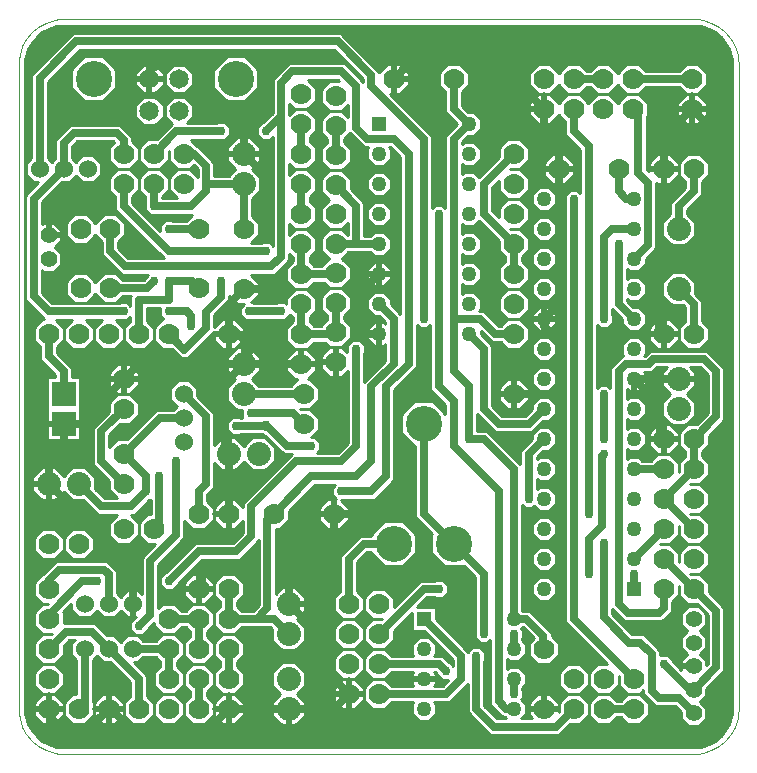
<source format=gbr>
G04 PROTEUS GERBER X2 FILE*
%TF.GenerationSoftware,Labcenter,Proteus,8.16-SP3-Build36097*%
%TF.CreationDate,2025-03-15T21:07:40+00:00*%
%TF.FileFunction,Copper,L2,Bot*%
%TF.FilePolarity,Positive*%
%TF.Part,Single*%
%TF.SameCoordinates,{0eda3102-f78e-4ef4-8f68-bee456db5da4}*%
%FSLAX45Y45*%
%MOMM*%
G01*
%TA.AperFunction,Conductor*%
%ADD10C,0.635000*%
%TA.AperFunction,ViaPad*%
%ADD11C,0.762000*%
%TA.AperFunction,Conductor*%
%ADD12C,0.254000*%
%ADD13C,0.508000*%
%TA.AperFunction,ComponentPad*%
%ADD14R,1.270000X1.270000*%
%ADD15C,1.270000*%
%TA.AperFunction,ComponentPad*%
%ADD16C,1.778000*%
%ADD17C,2.032000*%
%TA.AperFunction,WasherPad*%
%ADD18C,1.397000*%
%TA.AperFunction,ComponentPad*%
%ADD19C,3.048000*%
%ADD70C,1.524000*%
%TA.AperFunction,ComponentPad*%
%ADD71R,2.032000X2.032000*%
%TA.AperFunction,WasherPad*%
%ADD20C,1.651000*%
%TA.AperFunction,Profile*%
%ADD21C,0.101600*%
%TD.AperFunction*%
%TA.AperFunction,Conductor*%
G36*
X+5791311Y-80633D02*
X+5822198Y-85348D01*
X+5884468Y-104682D01*
X+5939605Y-134612D01*
X+5987702Y-174298D01*
X+6027388Y-222396D01*
X+6057319Y-277533D01*
X+6076651Y-339801D01*
X+6081367Y-370689D01*
X+6083121Y-405412D01*
X+6083121Y-5863588D01*
X+6081367Y-5898311D01*
X+6076651Y-5929199D01*
X+6057319Y-5991467D01*
X+6027388Y-6046604D01*
X+5987702Y-6094702D01*
X+5939605Y-6134388D01*
X+5884468Y-6164318D01*
X+5822198Y-6183652D01*
X+5791311Y-6188367D01*
X+5756608Y-6190120D01*
X+425392Y-6190120D01*
X+390689Y-6188367D01*
X+359802Y-6183652D01*
X+297532Y-6164318D01*
X+242395Y-6134388D01*
X+194298Y-6094702D01*
X+154612Y-6046604D01*
X+124681Y-5991467D01*
X+105349Y-5929199D01*
X+100633Y-5898311D01*
X+98879Y-5863588D01*
X+98879Y-405412D01*
X+100633Y-370689D01*
X+105349Y-339801D01*
X+124681Y-277533D01*
X+154612Y-222396D01*
X+194298Y-174298D01*
X+242395Y-134612D01*
X+297532Y-104682D01*
X+359802Y-85348D01*
X+390689Y-80633D01*
X+425392Y-78880D01*
X+5756608Y-78880D01*
X+5791311Y-80633D01*
G37*
%TD.AperFunction*%
%LPC*%
G36*
X+2792410Y-164110D02*
X+3097349Y-469049D01*
X+3097349Y-472047D01*
X+3165395Y-404001D01*
X+3270605Y-404001D01*
X+3344999Y-478395D01*
X+3344999Y-583605D01*
X+3270605Y-657999D01*
X+3189779Y-657999D01*
X+3541849Y-1010069D01*
X+3541849Y-1623389D01*
X+3567437Y-1597801D01*
X+3630563Y-1597801D01*
X+3656151Y-1623389D01*
X+3656151Y-1010069D01*
X+3751401Y-914819D01*
X+3751401Y-909181D01*
X+3656151Y-813931D01*
X+3656151Y-640755D01*
X+3599001Y-583605D01*
X+3599001Y-478395D01*
X+3673395Y-404001D01*
X+3778605Y-404001D01*
X+3852999Y-478395D01*
X+3852999Y-583605D01*
X+3795849Y-640755D01*
X+3795849Y-756069D01*
X+3850181Y-810401D01*
X+3895084Y-810401D01*
X+3954599Y-869916D01*
X+3954599Y-954084D01*
X+3895084Y-1013599D01*
X+3850181Y-1013599D01*
X+3795849Y-1067931D01*
X+3795849Y-1079468D01*
X+3810916Y-1064401D01*
X+3895084Y-1064401D01*
X+3954599Y-1123916D01*
X+3954599Y-1208084D01*
X+3895084Y-1267599D01*
X+3810916Y-1267599D01*
X+3795849Y-1252532D01*
X+3795849Y-1333468D01*
X+3810916Y-1318401D01*
X+3895084Y-1318401D01*
X+3938951Y-1362269D01*
X+4107001Y-1194219D01*
X+4107001Y-1113395D01*
X+4181395Y-1039001D01*
X+4286605Y-1039001D01*
X+4360999Y-1113395D01*
X+4360999Y-1218605D01*
X+4286605Y-1292999D01*
X+4205781Y-1292999D01*
X+4205779Y-1293001D01*
X+4286605Y-1293001D01*
X+4360999Y-1367395D01*
X+4360999Y-1472605D01*
X+4286605Y-1546999D01*
X+4181395Y-1546999D01*
X+4107001Y-1472605D01*
X+4107001Y-1391779D01*
X+4049849Y-1448931D01*
X+4049849Y-1645069D01*
X+4107001Y-1702221D01*
X+4107001Y-1621395D01*
X+4181395Y-1547001D01*
X+4286605Y-1547001D01*
X+4360999Y-1621395D01*
X+4360999Y-1726605D01*
X+4286605Y-1800999D01*
X+4205779Y-1800999D01*
X+4205781Y-1801001D01*
X+4286605Y-1801001D01*
X+4360999Y-1875395D01*
X+4360999Y-1980605D01*
X+4303849Y-2037755D01*
X+4303849Y-2072245D01*
X+4360999Y-2129395D01*
X+4360999Y-2234605D01*
X+4286605Y-2308999D01*
X+4181395Y-2308999D01*
X+4107001Y-2234605D01*
X+4107001Y-2129395D01*
X+4164151Y-2072245D01*
X+4164151Y-2037755D01*
X+4107001Y-1980605D01*
X+4107001Y-1899781D01*
X+3938951Y-1731732D01*
X+3895084Y-1775599D01*
X+3810916Y-1775599D01*
X+3795849Y-1760532D01*
X+3795849Y-1841468D01*
X+3810916Y-1826401D01*
X+3895084Y-1826401D01*
X+3954599Y-1885916D01*
X+3954599Y-1970084D01*
X+3895084Y-2029599D01*
X+3810916Y-2029599D01*
X+3795849Y-2014532D01*
X+3795849Y-2095468D01*
X+3810916Y-2080401D01*
X+3895084Y-2080401D01*
X+3954599Y-2139916D01*
X+3954599Y-2224084D01*
X+3895084Y-2283599D01*
X+3810916Y-2283599D01*
X+3795849Y-2268532D01*
X+3795849Y-2349468D01*
X+3810916Y-2334401D01*
X+3895084Y-2334401D01*
X+3954599Y-2393916D01*
X+3954599Y-2478084D01*
X+3939532Y-2493151D01*
X+3980356Y-2493151D01*
X+4107356Y-2620151D01*
X+4124245Y-2620151D01*
X+4181395Y-2563001D01*
X+4286605Y-2563001D01*
X+4360999Y-2637395D01*
X+4360999Y-2742605D01*
X+4286605Y-2816999D01*
X+4181395Y-2816999D01*
X+4124245Y-2759849D01*
X+4049494Y-2759849D01*
X+3954599Y-2664954D01*
X+3954599Y-2692819D01*
X+4049849Y-2788069D01*
X+4049849Y-3296069D01*
X+4135931Y-3382151D01*
X+4332069Y-3382151D01*
X+4386401Y-3327819D01*
X+4386401Y-3282916D01*
X+4445916Y-3223401D01*
X+4530084Y-3223401D01*
X+4589599Y-3282916D01*
X+4589599Y-3367084D01*
X+4530084Y-3426599D01*
X+4485181Y-3426599D01*
X+4389931Y-3521849D01*
X+4078069Y-3521849D01*
X+3922849Y-3366629D01*
X+3922849Y-3509151D01*
X+4008931Y-3509151D01*
X+4291151Y-3791371D01*
X+4291151Y-3677069D01*
X+4386401Y-3581819D01*
X+4386401Y-3536916D01*
X+4445916Y-3477401D01*
X+4530084Y-3477401D01*
X+4589599Y-3536916D01*
X+4589599Y-3621084D01*
X+4530084Y-3680599D01*
X+4485181Y-3680599D01*
X+4430849Y-3734931D01*
X+4430849Y-3746468D01*
X+4445916Y-3731401D01*
X+4530084Y-3731401D01*
X+4589599Y-3790916D01*
X+4589599Y-3875084D01*
X+4530084Y-3934599D01*
X+4445916Y-3934599D01*
X+4430849Y-3919532D01*
X+4430849Y-4000468D01*
X+4445916Y-3985401D01*
X+4530084Y-3985401D01*
X+4589599Y-4044916D01*
X+4589599Y-4129084D01*
X+4530084Y-4188599D01*
X+4445916Y-4188599D01*
X+4406539Y-4149223D01*
X+4392563Y-4163199D01*
X+4329437Y-4163199D01*
X+4303849Y-4137611D01*
X+4303849Y-5029166D01*
X+4307834Y-5033151D01*
X+4370097Y-5033151D01*
X+4556678Y-5219732D01*
X+4556678Y-5246074D01*
X+4614999Y-5304395D01*
X+4614999Y-5409605D01*
X+4540605Y-5483999D01*
X+4435395Y-5483999D01*
X+4361001Y-5409605D01*
X+4361001Y-5304395D01*
X+4402391Y-5263005D01*
X+4312235Y-5172849D01*
X+4307834Y-5172849D01*
X+4296222Y-5184461D01*
X+4310199Y-5198437D01*
X+4310199Y-5261563D01*
X+4303849Y-5267913D01*
X+4303849Y-5283166D01*
X+4335599Y-5314916D01*
X+4335599Y-5399084D01*
X+4276084Y-5458599D01*
X+4191916Y-5458599D01*
X+4176849Y-5443532D01*
X+4176849Y-5524468D01*
X+4191916Y-5509401D01*
X+4276084Y-5509401D01*
X+4335599Y-5568916D01*
X+4335599Y-5653084D01*
X+4303849Y-5684834D01*
X+4303849Y-5700087D01*
X+4310199Y-5706437D01*
X+4310199Y-5769563D01*
X+4296222Y-5783540D01*
X+4335599Y-5822916D01*
X+4335599Y-5907084D01*
X+4298308Y-5944375D01*
X+4387771Y-5944375D01*
X+4361001Y-5917605D01*
X+4361001Y-5812395D01*
X+4435395Y-5738001D01*
X+4540605Y-5738001D01*
X+4614999Y-5812395D01*
X+4614999Y-5893221D01*
X+4615001Y-5893219D01*
X+4615001Y-5812395D01*
X+4689395Y-5738001D01*
X+4794605Y-5738001D01*
X+4868999Y-5812395D01*
X+4868999Y-5917605D01*
X+4794605Y-5991999D01*
X+4713781Y-5991999D01*
X+4621707Y-6084073D01*
X+4036793Y-6084073D01*
X+3846651Y-5893931D01*
X+3846651Y-5652629D01*
X+3691431Y-5807849D01*
X+3558532Y-5807849D01*
X+3573599Y-5822916D01*
X+3573599Y-5907084D01*
X+3514084Y-5966599D01*
X+3429916Y-5966599D01*
X+3370401Y-5907084D01*
X+3370401Y-5822916D01*
X+3385468Y-5807849D01*
X+3200755Y-5807849D01*
X+3143605Y-5864999D01*
X+3038395Y-5864999D01*
X+2964001Y-5790605D01*
X+2964001Y-5685395D01*
X+3038395Y-5611001D01*
X+3143605Y-5611001D01*
X+3200755Y-5668151D01*
X+3385468Y-5668151D01*
X+3370401Y-5653084D01*
X+3370401Y-5568916D01*
X+3385468Y-5553849D01*
X+3200755Y-5553849D01*
X+3143605Y-5610999D01*
X+3038395Y-5610999D01*
X+2964001Y-5536605D01*
X+2964001Y-5431395D01*
X+3038395Y-5357001D01*
X+3143605Y-5357001D01*
X+3200755Y-5414151D01*
X+3385468Y-5414151D01*
X+3370401Y-5399084D01*
X+3370401Y-5314916D01*
X+3429916Y-5255401D01*
X+3514084Y-5255401D01*
X+3573599Y-5314916D01*
X+3573599Y-5399084D01*
X+3558532Y-5414151D01*
X+3627931Y-5414151D01*
X+3685081Y-5471301D01*
X+3694063Y-5471301D01*
X+3719651Y-5496889D01*
X+3719651Y-5449431D01*
X+3474819Y-5204599D01*
X+3370401Y-5204599D01*
X+3370401Y-5049379D01*
X+3217999Y-5201781D01*
X+3217999Y-5282605D01*
X+3143605Y-5356999D01*
X+3038395Y-5356999D01*
X+2964001Y-5282605D01*
X+2964001Y-5177395D01*
X+3038395Y-5103001D01*
X+3119219Y-5103001D01*
X+3119221Y-5102999D01*
X+3038395Y-5102999D01*
X+2964001Y-5028605D01*
X+2964001Y-4923395D01*
X+3038395Y-4849001D01*
X+3143605Y-4849001D01*
X+3217999Y-4923395D01*
X+3217999Y-5004221D01*
X+3443069Y-4779151D01*
X+3561087Y-4779151D01*
X+3567437Y-4772801D01*
X+3630563Y-4772801D01*
X+3675199Y-4817437D01*
X+3675199Y-4880563D01*
X+3630563Y-4925199D01*
X+3567437Y-4925199D01*
X+3561087Y-4918849D01*
X+3500931Y-4918849D01*
X+3418379Y-5001401D01*
X+3573599Y-5001401D01*
X+3573599Y-5105819D01*
X+3848508Y-5380730D01*
X+3884937Y-5344301D01*
X+3948063Y-5344301D01*
X+3992699Y-5388937D01*
X+3992699Y-5452063D01*
X+3986349Y-5458413D01*
X+3986349Y-5836069D01*
X+4094655Y-5944375D01*
X+4169692Y-5944375D01*
X+4160166Y-5934849D01*
X+4141569Y-5934849D01*
X+4037151Y-5830431D01*
X+4037151Y-5280611D01*
X+4011563Y-5306199D01*
X+3948437Y-5306199D01*
X+3903801Y-5261563D01*
X+3903801Y-5198437D01*
X+3910151Y-5192087D01*
X+3910151Y-4750931D01*
X+3811313Y-4652093D01*
X+3804907Y-4658499D01*
X+3647093Y-4658499D01*
X+3535501Y-4546907D01*
X+3535501Y-4389093D01*
X+3541907Y-4382687D01*
X+3402151Y-4242931D01*
X+3402151Y-3642499D01*
X+3393093Y-3642499D01*
X+3281501Y-3530907D01*
X+3281501Y-3373093D01*
X+3393093Y-3261501D01*
X+3550907Y-3261501D01*
X+3656151Y-3366745D01*
X+3656151Y-3290431D01*
X+3529151Y-3163431D01*
X+3529151Y-2613611D01*
X+3503563Y-2639199D01*
X+3440437Y-2639199D01*
X+3414849Y-2613611D01*
X+3414849Y-2972931D01*
X+3224349Y-3163431D01*
X+3224349Y-3925431D01*
X+3056431Y-4093349D01*
X+2811413Y-4093349D01*
X+2805063Y-4099699D01*
X+2775303Y-4099699D01*
X+2836999Y-4161395D01*
X+2836999Y-4266605D01*
X+2762605Y-4340999D01*
X+2657395Y-4340999D01*
X+2583001Y-4266605D01*
X+2583001Y-4161395D01*
X+2657395Y-4087001D01*
X+2729239Y-4087001D01*
X+2697301Y-4055063D01*
X+2697301Y-3991937D01*
X+2722889Y-3966349D01*
X+2548431Y-3966349D01*
X+2328999Y-4185781D01*
X+2328999Y-4266605D01*
X+2254605Y-4340999D01*
X+2219078Y-4340999D01*
X+2219078Y-4888358D01*
X+2271135Y-4836301D01*
X+2386865Y-4836301D01*
X+2468699Y-4918135D01*
X+2468699Y-5033865D01*
X+2399564Y-5103000D01*
X+2468699Y-5172135D01*
X+2468699Y-5287865D01*
X+2386865Y-5369699D01*
X+2271135Y-5369699D01*
X+2189301Y-5287865D01*
X+2189301Y-5189081D01*
X+2173069Y-5172849D01*
X+1930755Y-5172849D01*
X+1873605Y-5229999D01*
X+1768395Y-5229999D01*
X+1694001Y-5155605D01*
X+1694001Y-5050395D01*
X+1751151Y-4993245D01*
X+1751151Y-4958755D01*
X+1694001Y-4901605D01*
X+1694001Y-4796395D01*
X+1768395Y-4722001D01*
X+1873605Y-4722001D01*
X+1947999Y-4796395D01*
X+1947999Y-4901605D01*
X+1890849Y-4958755D01*
X+1890849Y-4993245D01*
X+1930755Y-5033151D01*
X+2028962Y-5033151D01*
X+2079380Y-4982733D01*
X+2079380Y-4435400D01*
X+1913431Y-4601349D01*
X+1595931Y-4601349D01*
X+1389199Y-4808081D01*
X+1389199Y-4817063D01*
X+1344563Y-4861699D01*
X+1281437Y-4861699D01*
X+1236801Y-4817063D01*
X+1236801Y-4753937D01*
X+1281437Y-4709301D01*
X+1290419Y-4709301D01*
X+1538069Y-4461651D01*
X+1855569Y-4461651D01*
X+1941651Y-4375569D01*
X+1941651Y-4272953D01*
X+1873605Y-4340999D01*
X+1768395Y-4340999D01*
X+1694001Y-4266605D01*
X+1694001Y-4161395D01*
X+1768395Y-4087001D01*
X+1873605Y-4087001D01*
X+1941651Y-4155047D01*
X+1941651Y-4121569D01*
X+2353411Y-3709809D01*
X+2289909Y-3709809D01*
X+2132888Y-3552789D01*
X+2122112Y-3557252D01*
X+2101949Y-3537089D01*
X+1923302Y-3537089D01*
X+1916952Y-3543439D01*
X+1853826Y-3543439D01*
X+1809190Y-3498803D01*
X+1809190Y-3435677D01*
X+1853826Y-3391041D01*
X+1916952Y-3391041D01*
X+1923302Y-3397391D01*
X+1938029Y-3397391D01*
X+1932761Y-3392123D01*
X+1932761Y-3337699D01*
X+1890135Y-3337699D01*
X+1808301Y-3255865D01*
X+1808301Y-3140135D01*
X+1877436Y-3071000D01*
X+1808301Y-3001865D01*
X+1808301Y-2886135D01*
X+1890135Y-2804301D01*
X+2005865Y-2804301D01*
X+2087699Y-2886135D01*
X+2087699Y-3001865D01*
X+2018564Y-3071000D01*
X+2075715Y-3128151D01*
X+2346245Y-3128151D01*
X+2399397Y-3074999D01*
X+2383395Y-3074999D01*
X+2309001Y-3000605D01*
X+2309001Y-2895395D01*
X+2383395Y-2821001D01*
X+2488605Y-2821001D01*
X+2562999Y-2895395D01*
X+2562999Y-3000605D01*
X+2492603Y-3071001D01*
X+2508605Y-3071001D01*
X+2582999Y-3145395D01*
X+2582999Y-3250605D01*
X+2508605Y-3324999D01*
X+2427779Y-3324999D01*
X+2427781Y-3325001D01*
X+2508605Y-3325001D01*
X+2582999Y-3399395D01*
X+2582999Y-3504605D01*
X+2521303Y-3566301D01*
X+2551063Y-3566301D01*
X+2595699Y-3610937D01*
X+2595699Y-3674063D01*
X+2570111Y-3699651D01*
X+2744569Y-3699651D01*
X+2830651Y-3613569D01*
X+2830651Y-3002953D01*
X+2778605Y-3054999D01*
X+2673395Y-3054999D01*
X+2599001Y-2980605D01*
X+2599001Y-2875395D01*
X+2673395Y-2801001D01*
X+2778605Y-2801001D01*
X+2824301Y-2846697D01*
X+2824301Y-2785437D01*
X+2868937Y-2740801D01*
X+2932063Y-2740801D01*
X+2976699Y-2785437D01*
X+2976699Y-2848563D01*
X+2970349Y-2854913D01*
X+2970349Y-3092871D01*
X+3148151Y-2915069D01*
X+3148151Y-2776532D01*
X+3133084Y-2791599D01*
X+3048916Y-2791599D01*
X+2989401Y-2732084D01*
X+2989401Y-2647916D01*
X+3048916Y-2588401D01*
X+3133084Y-2588401D01*
X+3148151Y-2603468D01*
X+3148151Y-2591931D01*
X+3093819Y-2537599D01*
X+3048916Y-2537599D01*
X+2989401Y-2478084D01*
X+2989401Y-2393916D01*
X+3048916Y-2334401D01*
X+3133084Y-2334401D01*
X+3192599Y-2393916D01*
X+3192599Y-2438819D01*
X+3275151Y-2521371D01*
X+3275151Y-1194931D01*
X+3189069Y-1108849D01*
X+3177532Y-1108849D01*
X+3192599Y-1123916D01*
X+3192599Y-1208084D01*
X+3133084Y-1267599D01*
X+3048916Y-1267599D01*
X+2989401Y-1208084D01*
X+2989401Y-1123916D01*
X+3004468Y-1108849D01*
X+2963009Y-1108849D01*
X+2845882Y-991722D01*
X+2795849Y-1041755D01*
X+2795849Y-1068245D01*
X+2852999Y-1125395D01*
X+2852999Y-1230605D01*
X+2778605Y-1304999D01*
X+2673395Y-1304999D01*
X+2599001Y-1230605D01*
X+2599001Y-1125395D01*
X+2656151Y-1068245D01*
X+2656151Y-1041755D01*
X+2599001Y-984605D01*
X+2599001Y-879395D01*
X+2673395Y-805001D01*
X+2778605Y-805001D01*
X+2830651Y-857047D01*
X+2830651Y-752953D01*
X+2778605Y-804999D01*
X+2673395Y-804999D01*
X+2599001Y-730605D01*
X+2599001Y-625395D01*
X+2673395Y-551001D01*
X+2758221Y-551001D01*
X+2744569Y-537349D01*
X+2490953Y-537349D01*
X+2562999Y-609395D01*
X+2562999Y-714605D01*
X+2488605Y-788999D01*
X+2383395Y-788999D01*
X+2335349Y-740953D01*
X+2335349Y-837047D01*
X+2383395Y-789001D01*
X+2488605Y-789001D01*
X+2562999Y-863395D01*
X+2562999Y-968605D01*
X+2505849Y-1025755D01*
X+2505849Y-1060245D01*
X+2562999Y-1117395D01*
X+2562999Y-1222605D01*
X+2488605Y-1296999D01*
X+2383395Y-1296999D01*
X+2335349Y-1248953D01*
X+2335349Y-1345047D01*
X+2383395Y-1297001D01*
X+2488605Y-1297001D01*
X+2562999Y-1371395D01*
X+2562999Y-1476605D01*
X+2505849Y-1533755D01*
X+2505849Y-1568245D01*
X+2562999Y-1625395D01*
X+2562999Y-1730605D01*
X+2488605Y-1804999D01*
X+2383395Y-1804999D01*
X+2335349Y-1756953D01*
X+2335349Y-1853047D01*
X+2383395Y-1805001D01*
X+2488605Y-1805001D01*
X+2562999Y-1879395D01*
X+2562999Y-1984605D01*
X+2505849Y-2041755D01*
X+2505849Y-2076245D01*
X+2545755Y-2116151D01*
X+2604245Y-2116151D01*
X+2669396Y-2051000D01*
X+2599001Y-1980605D01*
X+2599001Y-1875395D01*
X+2673395Y-1801001D01*
X+2778605Y-1801001D01*
X+2830651Y-1853047D01*
X+2830651Y-1748953D01*
X+2778605Y-1800999D01*
X+2673395Y-1800999D01*
X+2599001Y-1726605D01*
X+2599001Y-1621395D01*
X+2667396Y-1553000D01*
X+2599001Y-1484605D01*
X+2599001Y-1379395D01*
X+2673395Y-1305001D01*
X+2778605Y-1305001D01*
X+2852999Y-1379395D01*
X+2852999Y-1460219D01*
X+2970349Y-1577569D01*
X+2970349Y-1858151D01*
X+3017166Y-1858151D01*
X+3048916Y-1826401D01*
X+3133084Y-1826401D01*
X+3192599Y-1885916D01*
X+3192599Y-1970084D01*
X+3133084Y-2029599D01*
X+3048916Y-2029599D01*
X+3017166Y-1997849D01*
X+2871570Y-1997849D01*
X+2871569Y-1997848D01*
X+2835756Y-1997848D01*
X+2782604Y-2051000D01*
X+2852999Y-2121395D01*
X+2852999Y-2226605D01*
X+2778605Y-2300999D01*
X+2673395Y-2300999D01*
X+2628245Y-2255849D01*
X+2545755Y-2255849D01*
X+2488605Y-2312999D01*
X+2383395Y-2312999D01*
X+2309001Y-2238605D01*
X+2309001Y-2133395D01*
X+2366151Y-2076245D01*
X+2366151Y-2041755D01*
X+2335349Y-2010953D01*
X+2335349Y-2065431D01*
X+2212431Y-2188349D01*
X+2006953Y-2188349D01*
X+2074999Y-2256395D01*
X+2074999Y-2361605D01*
X+2013303Y-2423301D01*
X+2028879Y-2423301D01*
X+2035229Y-2429651D01*
X+2227587Y-2429651D01*
X+2233937Y-2423301D01*
X+2297063Y-2423301D01*
X+2309001Y-2435239D01*
X+2309001Y-2387395D01*
X+2383395Y-2313001D01*
X+2488605Y-2313001D01*
X+2562999Y-2387395D01*
X+2562999Y-2492605D01*
X+2505849Y-2549755D01*
X+2505849Y-2584245D01*
X+2545755Y-2624151D01*
X+2599001Y-2624151D01*
X+2599001Y-2621395D01*
X+2656151Y-2564245D01*
X+2656151Y-2537755D01*
X+2599001Y-2480605D01*
X+2599001Y-2375395D01*
X+2673395Y-2301001D01*
X+2778605Y-2301001D01*
X+2852999Y-2375395D01*
X+2852999Y-2480605D01*
X+2795849Y-2537755D01*
X+2795849Y-2564245D01*
X+2852999Y-2621395D01*
X+2852999Y-2726605D01*
X+2778605Y-2800999D01*
X+2673395Y-2800999D01*
X+2636245Y-2763849D01*
X+2545755Y-2763849D01*
X+2488605Y-2820999D01*
X+2383395Y-2820999D01*
X+2309001Y-2746605D01*
X+2309001Y-2641395D01*
X+2366151Y-2584245D01*
X+2366151Y-2549755D01*
X+2341699Y-2525303D01*
X+2341699Y-2531063D01*
X+2297063Y-2575699D01*
X+2233937Y-2575699D01*
X+2227587Y-2569349D01*
X+2035229Y-2569349D01*
X+2028879Y-2575699D01*
X+1965753Y-2575699D01*
X+1921117Y-2531063D01*
X+1921117Y-2467937D01*
X+1953055Y-2435999D01*
X+1895395Y-2435999D01*
X+1827349Y-2367953D01*
X+1827349Y-2402708D01*
X+1700349Y-2529708D01*
X+1700349Y-2631047D01*
X+1768395Y-2563001D01*
X+1873605Y-2563001D01*
X+1947999Y-2637395D01*
X+1947999Y-2742605D01*
X+1873605Y-2816999D01*
X+1768395Y-2816999D01*
X+1694001Y-2742605D01*
X+1694001Y-2671939D01*
X+1474011Y-2891929D01*
X+1416149Y-2891929D01*
X+1341219Y-2816999D01*
X+1260395Y-2816999D01*
X+1186001Y-2742605D01*
X+1186001Y-2637395D01*
X+1260395Y-2563001D01*
X+1268739Y-2563001D01*
X+1236801Y-2531063D01*
X+1236801Y-2470924D01*
X+1128849Y-2470924D01*
X+1128849Y-2580245D01*
X+1185999Y-2637395D01*
X+1185999Y-2742605D01*
X+1111605Y-2816999D01*
X+1006395Y-2816999D01*
X+932001Y-2742605D01*
X+932001Y-2637395D01*
X+989151Y-2580245D01*
X+989151Y-2550111D01*
X+963563Y-2575699D01*
X+900437Y-2575699D01*
X+894087Y-2569349D01*
X+863953Y-2569349D01*
X+931999Y-2637395D01*
X+931999Y-2742605D01*
X+857605Y-2816999D01*
X+752395Y-2816999D01*
X+678001Y-2742605D01*
X+678001Y-2637395D01*
X+746047Y-2569349D01*
X+609953Y-2569349D01*
X+677999Y-2637395D01*
X+677999Y-2742605D01*
X+603605Y-2816999D01*
X+498395Y-2816999D01*
X+424001Y-2742605D01*
X+424001Y-2637395D01*
X+492047Y-2569349D01*
X+355953Y-2569349D01*
X+423999Y-2637395D01*
X+423999Y-2742605D01*
X+366849Y-2799755D01*
X+366849Y-2851569D01*
X+493849Y-2978569D01*
X+493849Y-3058301D01*
X+563699Y-3058301D01*
X+563699Y-3591699D01*
X+284301Y-3591699D01*
X+284301Y-3058301D01*
X+354151Y-3058301D01*
X+354151Y-3036431D01*
X+227151Y-2909431D01*
X+227151Y-2799755D01*
X+170001Y-2742605D01*
X+170001Y-2637395D01*
X+244395Y-2563001D01*
X+261721Y-2563001D01*
X+100151Y-2401431D01*
X+100151Y-1518069D01*
X+210921Y-1407299D01*
X+173456Y-1407299D01*
X+106501Y-1340344D01*
X+106501Y-1245656D01*
X+150951Y-1201206D01*
X+150951Y-494449D01*
X+501749Y-143651D01*
X+2771951Y-143651D01*
X+2792410Y-164110D01*
G37*
G36*
X+3048916Y-1318401D02*
X+3133084Y-1318401D01*
X+3192599Y-1377916D01*
X+3192599Y-1462084D01*
X+3133084Y-1521599D01*
X+3048916Y-1521599D01*
X+2989401Y-1462084D01*
X+2989401Y-1377916D01*
X+3048916Y-1318401D01*
G37*
G36*
X+3048916Y-1572401D02*
X+3133084Y-1572401D01*
X+3192599Y-1631916D01*
X+3192599Y-1716084D01*
X+3133084Y-1775599D01*
X+3048916Y-1775599D01*
X+2989401Y-1716084D01*
X+2989401Y-1631916D01*
X+3048916Y-1572401D01*
G37*
G36*
X+3048916Y-2080401D02*
X+3133084Y-2080401D01*
X+3192599Y-2139916D01*
X+3192599Y-2224084D01*
X+3133084Y-2283599D01*
X+3048916Y-2283599D01*
X+2989401Y-2224084D01*
X+2989401Y-2139916D01*
X+3048916Y-2080401D01*
G37*
G36*
X+4286605Y-2562999D02*
X+4181395Y-2562999D01*
X+4107001Y-2488605D01*
X+4107001Y-2383395D01*
X+4181395Y-2309001D01*
X+4286605Y-2309001D01*
X+4360999Y-2383395D01*
X+4360999Y-2488605D01*
X+4286605Y-2562999D01*
G37*
G36*
X+4286605Y-3324999D02*
X+4181395Y-3324999D01*
X+4107001Y-3250605D01*
X+4107001Y-3145395D01*
X+4181395Y-3071001D01*
X+4286605Y-3071001D01*
X+4360999Y-3145395D01*
X+4360999Y-3250605D01*
X+4286605Y-3324999D01*
G37*
G36*
X+4488001Y-1345605D02*
X+4488001Y-1240395D01*
X+4562395Y-1166001D01*
X+4667605Y-1166001D01*
X+4741999Y-1240395D01*
X+4741999Y-1345605D01*
X+4667605Y-1419999D01*
X+4562395Y-1419999D01*
X+4488001Y-1345605D01*
G37*
G36*
X+5368999Y-732395D02*
X+5368999Y-837605D01*
X+5360860Y-845744D01*
X+5360860Y-1297583D01*
X+5377001Y-1313724D01*
X+5377001Y-1240395D01*
X+5451395Y-1166001D01*
X+5556605Y-1166001D01*
X+5630999Y-1240395D01*
X+5630999Y-1345605D01*
X+5556605Y-1419999D01*
X+5451395Y-1419999D01*
X+5442440Y-1411044D01*
X+5442440Y-1961340D01*
X+5351599Y-2052181D01*
X+5351599Y-2097084D01*
X+5292084Y-2156599D01*
X+5207916Y-2156599D01*
X+5192849Y-2141532D01*
X+5192849Y-2222468D01*
X+5207916Y-2207401D01*
X+5292084Y-2207401D01*
X+5351599Y-2266916D01*
X+5351599Y-2351084D01*
X+5292084Y-2410599D01*
X+5207916Y-2410599D01*
X+5192849Y-2395532D01*
X+5192849Y-2407069D01*
X+5247181Y-2461401D01*
X+5292084Y-2461401D01*
X+5351599Y-2520916D01*
X+5351599Y-2605084D01*
X+5292084Y-2664599D01*
X+5207916Y-2664599D01*
X+5148401Y-2605084D01*
X+5148401Y-2560181D01*
X+5065849Y-2477629D01*
X+5065849Y-2525087D01*
X+5072199Y-2531437D01*
X+5072199Y-2594563D01*
X+5027563Y-2639199D01*
X+4964437Y-2639199D01*
X+4938849Y-2613611D01*
X+4938849Y-3147389D01*
X+4964437Y-3121801D01*
X+5027563Y-3121801D01*
X+5053151Y-3147389D01*
X+5053151Y-2976029D01*
X+5155029Y-2874151D01*
X+5163468Y-2874151D01*
X+5148401Y-2859084D01*
X+5148401Y-2774916D01*
X+5207916Y-2715401D01*
X+5292084Y-2715401D01*
X+5351599Y-2774916D01*
X+5351599Y-2859084D01*
X+5336532Y-2874151D01*
X+5348069Y-2874151D01*
X+5388709Y-2833511D01*
X+5873291Y-2833511D01*
X+6018349Y-2978569D01*
X+6018349Y-3417431D01*
X+5884999Y-3550781D01*
X+5884999Y-3631605D01*
X+5827849Y-3688755D01*
X+5827849Y-3723245D01*
X+5884999Y-3780395D01*
X+5884999Y-3885605D01*
X+5810605Y-3959999D01*
X+5729781Y-3959999D01*
X+5729779Y-3960001D01*
X+5810605Y-3960001D01*
X+5884999Y-4034395D01*
X+5884999Y-4139605D01*
X+5810605Y-4213999D01*
X+5729779Y-4213999D01*
X+5729781Y-4214001D01*
X+5810605Y-4214001D01*
X+5884999Y-4288395D01*
X+5884999Y-4393605D01*
X+5810605Y-4467999D01*
X+5705395Y-4467999D01*
X+5631001Y-4393605D01*
X+5631001Y-4312781D01*
X+5630999Y-4312779D01*
X+5630999Y-4393605D01*
X+5556605Y-4467999D01*
X+5475781Y-4467999D01*
X+5475779Y-4468001D01*
X+5556605Y-4468001D01*
X+5630999Y-4542395D01*
X+5630999Y-4623219D01*
X+5631001Y-4623221D01*
X+5631001Y-4542395D01*
X+5705395Y-4468001D01*
X+5810605Y-4468001D01*
X+5884999Y-4542395D01*
X+5884999Y-4647605D01*
X+5810605Y-4721999D01*
X+5729779Y-4721999D01*
X+5729781Y-4722001D01*
X+5810605Y-4722001D01*
X+5884999Y-4796395D01*
X+5884999Y-4877219D01*
X+6018349Y-5010569D01*
X+6018349Y-5541431D01*
X+5865949Y-5693831D01*
X+5865949Y-5747714D01*
X+5810663Y-5803000D01*
X+5865949Y-5858286D01*
X+5865949Y-5947714D01*
X+5802714Y-6010949D01*
X+5713286Y-6010949D01*
X+5650051Y-5947714D01*
X+5650051Y-5888851D01*
X+5602069Y-5840869D01*
X+5434429Y-5840869D01*
X+5332551Y-5738991D01*
X+5332551Y-5708053D01*
X+5302605Y-5737999D01*
X+5197395Y-5737999D01*
X+5123001Y-5663605D01*
X+5123001Y-5582781D01*
X+5122999Y-5582779D01*
X+5122999Y-5663605D01*
X+5048605Y-5737999D01*
X+4943395Y-5737999D01*
X+4869001Y-5663605D01*
X+4869001Y-5558395D01*
X+4943395Y-5484001D01*
X+5024221Y-5484001D01*
X+4672151Y-5131931D01*
X+4672151Y-3997913D01*
X+4665801Y-3991563D01*
X+4665801Y-3928437D01*
X+4672151Y-3922087D01*
X+4672151Y-1584913D01*
X+4665801Y-1578563D01*
X+4665801Y-1515437D01*
X+4710437Y-1470801D01*
X+4773563Y-1470801D01*
X+4799151Y-1496389D01*
X+4799151Y-1131431D01*
X+4672151Y-1004431D01*
X+4672151Y-894755D01*
X+4617000Y-839604D01*
X+4544605Y-911999D01*
X+4439395Y-911999D01*
X+4365001Y-837605D01*
X+4365001Y-732395D01*
X+4439395Y-658001D01*
X+4544605Y-658001D01*
X+4617000Y-730396D01*
X+4689395Y-658001D01*
X+4794605Y-658001D01*
X+4867000Y-730396D01*
X+4939395Y-658001D01*
X+5044605Y-658001D01*
X+5117000Y-730396D01*
X+5189395Y-658001D01*
X+5294605Y-658001D01*
X+5368999Y-732395D01*
G37*
G36*
X+4589599Y-1504916D02*
X+4589599Y-1589084D01*
X+4530084Y-1648599D01*
X+4445916Y-1648599D01*
X+4386401Y-1589084D01*
X+4386401Y-1504916D01*
X+4445916Y-1445401D01*
X+4530084Y-1445401D01*
X+4589599Y-1504916D01*
G37*
G36*
X+4589599Y-1758916D02*
X+4589599Y-1843084D01*
X+4530084Y-1902599D01*
X+4445916Y-1902599D01*
X+4386401Y-1843084D01*
X+4386401Y-1758916D01*
X+4445916Y-1699401D01*
X+4530084Y-1699401D01*
X+4589599Y-1758916D01*
G37*
G36*
X+4589599Y-2012916D02*
X+4589599Y-2097084D01*
X+4530084Y-2156599D01*
X+4445916Y-2156599D01*
X+4386401Y-2097084D01*
X+4386401Y-2012916D01*
X+4445916Y-1953401D01*
X+4530084Y-1953401D01*
X+4589599Y-2012916D01*
G37*
G36*
X+4589599Y-2266916D02*
X+4589599Y-2351084D01*
X+4530084Y-2410599D01*
X+4445916Y-2410599D01*
X+4386401Y-2351084D01*
X+4386401Y-2266916D01*
X+4445916Y-2207401D01*
X+4530084Y-2207401D01*
X+4589599Y-2266916D01*
G37*
G36*
X+4589599Y-2520916D02*
X+4589599Y-2605084D01*
X+4530084Y-2664599D01*
X+4445916Y-2664599D01*
X+4386401Y-2605084D01*
X+4386401Y-2520916D01*
X+4445916Y-2461401D01*
X+4530084Y-2461401D01*
X+4589599Y-2520916D01*
G37*
G36*
X+4589599Y-2774916D02*
X+4589599Y-2859084D01*
X+4530084Y-2918599D01*
X+4445916Y-2918599D01*
X+4386401Y-2859084D01*
X+4386401Y-2774916D01*
X+4445916Y-2715401D01*
X+4530084Y-2715401D01*
X+4589599Y-2774916D01*
G37*
G36*
X+4589599Y-3028916D02*
X+4589599Y-3113084D01*
X+4530084Y-3172599D01*
X+4445916Y-3172599D01*
X+4386401Y-3113084D01*
X+4386401Y-3028916D01*
X+4445916Y-2969401D01*
X+4530084Y-2969401D01*
X+4589599Y-3028916D01*
G37*
G36*
X+4589599Y-4298916D02*
X+4589599Y-4383084D01*
X+4530084Y-4442599D01*
X+4445916Y-4442599D01*
X+4386401Y-4383084D01*
X+4386401Y-4298916D01*
X+4445916Y-4239401D01*
X+4530084Y-4239401D01*
X+4589599Y-4298916D01*
G37*
G36*
X+4589599Y-4552916D02*
X+4589599Y-4637084D01*
X+4530084Y-4696599D01*
X+4445916Y-4696599D01*
X+4386401Y-4637084D01*
X+4386401Y-4552916D01*
X+4445916Y-4493401D01*
X+4530084Y-4493401D01*
X+4589599Y-4552916D01*
G37*
G36*
X+4589599Y-4804916D02*
X+4589599Y-4889084D01*
X+4530084Y-4948599D01*
X+4445916Y-4948599D01*
X+4386401Y-4889084D01*
X+4386401Y-4804916D01*
X+4445916Y-4745401D01*
X+4530084Y-4745401D01*
X+4589599Y-4804916D01*
G37*
G36*
X+5770699Y-2251135D02*
X+5770699Y-2349919D01*
X+5827849Y-2407069D01*
X+5827849Y-2580245D01*
X+5884999Y-2637395D01*
X+5884999Y-2742605D01*
X+5810605Y-2816999D01*
X+5705395Y-2816999D01*
X+5631001Y-2742605D01*
X+5631001Y-2637395D01*
X+5688151Y-2580245D01*
X+5688151Y-2464931D01*
X+5671919Y-2448699D01*
X+5573135Y-2448699D01*
X+5491301Y-2366865D01*
X+5491301Y-2251135D01*
X+5573135Y-2169301D01*
X+5688865Y-2169301D01*
X+5770699Y-2251135D01*
G37*
G36*
X+5884999Y-1240395D02*
X+5884999Y-1345605D01*
X+5827849Y-1402755D01*
X+5827849Y-1512431D01*
X+5700849Y-1639431D01*
X+5700849Y-1673285D01*
X+5770699Y-1743135D01*
X+5770699Y-1858865D01*
X+5688865Y-1940699D01*
X+5573135Y-1940699D01*
X+5491301Y-1858865D01*
X+5491301Y-1743135D01*
X+5561151Y-1673285D01*
X+5561151Y-1581569D01*
X+5688151Y-1454569D01*
X+5688151Y-1402755D01*
X+5631001Y-1345605D01*
X+5631001Y-1240395D01*
X+5705395Y-1166001D01*
X+5810605Y-1166001D01*
X+5884999Y-1240395D01*
G37*
G36*
X+5868999Y-478395D02*
X+5868999Y-583605D01*
X+5794605Y-657999D01*
X+5689395Y-657999D01*
X+5632245Y-600849D01*
X+5351755Y-600849D01*
X+5294605Y-657999D01*
X+5189395Y-657999D01*
X+5117000Y-585604D01*
X+5044605Y-657999D01*
X+4939395Y-657999D01*
X+4882245Y-600849D01*
X+4851755Y-600849D01*
X+4794605Y-657999D01*
X+4689395Y-657999D01*
X+4617000Y-585604D01*
X+4544605Y-657999D01*
X+4439395Y-657999D01*
X+4365001Y-583605D01*
X+4365001Y-478395D01*
X+4439395Y-404001D01*
X+4544605Y-404001D01*
X+4617000Y-476396D01*
X+4689395Y-404001D01*
X+4794605Y-404001D01*
X+4851755Y-461151D01*
X+4882245Y-461151D01*
X+4939395Y-404001D01*
X+5044605Y-404001D01*
X+5117000Y-476396D01*
X+5189395Y-404001D01*
X+5294605Y-404001D01*
X+5351755Y-461151D01*
X+5632245Y-461151D01*
X+5689395Y-404001D01*
X+5794605Y-404001D01*
X+5868999Y-478395D01*
G37*
G36*
X+5794605Y-911999D02*
X+5689395Y-911999D01*
X+5615001Y-837605D01*
X+5615001Y-732395D01*
X+5689395Y-658001D01*
X+5794605Y-658001D01*
X+5868999Y-732395D01*
X+5868999Y-837605D01*
X+5794605Y-911999D01*
G37*
G36*
X+5377001Y-2742605D02*
X+5377001Y-2637395D01*
X+5451395Y-2563001D01*
X+5556605Y-2563001D01*
X+5630999Y-2637395D01*
X+5630999Y-2742605D01*
X+5556605Y-2816999D01*
X+5451395Y-2816999D01*
X+5377001Y-2742605D01*
G37*
G36*
X+5376999Y-5812395D02*
X+5376999Y-5917605D01*
X+5302605Y-5991999D01*
X+5197395Y-5991999D01*
X+5140245Y-5934849D01*
X+5105755Y-5934849D01*
X+5048605Y-5991999D01*
X+4943395Y-5991999D01*
X+4869001Y-5917605D01*
X+4869001Y-5812395D01*
X+4943395Y-5738001D01*
X+5048605Y-5738001D01*
X+5105755Y-5795151D01*
X+5140245Y-5795151D01*
X+5197395Y-5738001D01*
X+5302605Y-5738001D01*
X+5376999Y-5812395D01*
G37*
G36*
X+4689395Y-5484001D02*
X+4794605Y-5484001D01*
X+4868999Y-5558395D01*
X+4868999Y-5663605D01*
X+4794605Y-5737999D01*
X+4689395Y-5737999D01*
X+4615001Y-5663605D01*
X+4615001Y-5558395D01*
X+4689395Y-5484001D01*
G37*
G36*
X+2889605Y-5864999D02*
X+2784395Y-5864999D01*
X+2710001Y-5790605D01*
X+2710001Y-5685395D01*
X+2784395Y-5611001D01*
X+2889605Y-5611001D01*
X+2963999Y-5685395D01*
X+2963999Y-5790605D01*
X+2889605Y-5864999D01*
G37*
G36*
X+2889605Y-5610999D02*
X+2784395Y-5610999D01*
X+2710001Y-5536605D01*
X+2710001Y-5431395D01*
X+2784395Y-5357001D01*
X+2889605Y-5357001D01*
X+2963999Y-5431395D01*
X+2963999Y-5536605D01*
X+2889605Y-5610999D01*
G37*
G36*
X+2889605Y-5356999D02*
X+2784395Y-5356999D01*
X+2710001Y-5282605D01*
X+2710001Y-5177395D01*
X+2784395Y-5103001D01*
X+2889605Y-5103001D01*
X+2963999Y-5177395D01*
X+2963999Y-5282605D01*
X+2889605Y-5356999D01*
G37*
G36*
X+3408499Y-4389093D02*
X+3408499Y-4546907D01*
X+3296907Y-4658499D01*
X+3139093Y-4658499D01*
X+3027501Y-4546907D01*
X+3027501Y-4537849D01*
X+2992931Y-4537849D01*
X+2906849Y-4623931D01*
X+2906849Y-4866245D01*
X+2963999Y-4923395D01*
X+2963999Y-5028605D01*
X+2889605Y-5102999D01*
X+2784395Y-5102999D01*
X+2710001Y-5028605D01*
X+2710001Y-4923395D01*
X+2767151Y-4866245D01*
X+2767151Y-4566069D01*
X+2935069Y-4398151D01*
X+3027501Y-4398151D01*
X+3027501Y-4389093D01*
X+3139093Y-4277501D01*
X+3296907Y-4277501D01*
X+3408499Y-4389093D01*
G37*
G36*
X+2468699Y-5553135D02*
X+2468699Y-5668865D01*
X+2399564Y-5738000D01*
X+2468699Y-5807135D01*
X+2468699Y-5922865D01*
X+2386865Y-6004699D01*
X+2271135Y-6004699D01*
X+2189301Y-5922865D01*
X+2189301Y-5807135D01*
X+2258436Y-5738000D01*
X+2189301Y-5668865D01*
X+2189301Y-5553135D01*
X+2271135Y-5471301D01*
X+2386865Y-5471301D01*
X+2468699Y-5553135D01*
G37*
G36*
X+1693999Y-5558395D02*
X+1693999Y-5663605D01*
X+1636849Y-5720755D01*
X+1636849Y-5755245D01*
X+1693999Y-5812395D01*
X+1693999Y-5917605D01*
X+1619605Y-5991999D01*
X+1514395Y-5991999D01*
X+1440001Y-5917605D01*
X+1440001Y-5812395D01*
X+1497151Y-5755245D01*
X+1497151Y-5720755D01*
X+1440001Y-5663605D01*
X+1440001Y-5558395D01*
X+1514395Y-5484001D01*
X+1619605Y-5484001D01*
X+1693999Y-5558395D01*
G37*
G36*
X+1694001Y-5917605D02*
X+1694001Y-5812395D01*
X+1768395Y-5738001D01*
X+1873605Y-5738001D01*
X+1947999Y-5812395D01*
X+1947999Y-5917605D01*
X+1873605Y-5991999D01*
X+1768395Y-5991999D01*
X+1694001Y-5917605D01*
G37*
G36*
X+1947999Y-5304395D02*
X+1947999Y-5409605D01*
X+1890849Y-5466755D01*
X+1890849Y-5501245D01*
X+1947999Y-5558395D01*
X+1947999Y-5663605D01*
X+1873605Y-5737999D01*
X+1768395Y-5737999D01*
X+1694001Y-5663605D01*
X+1694001Y-5558395D01*
X+1751151Y-5501245D01*
X+1751151Y-5466755D01*
X+1694001Y-5409605D01*
X+1694001Y-5304395D01*
X+1768395Y-5230001D01*
X+1873605Y-5230001D01*
X+1947999Y-5304395D01*
G37*
G36*
X+1554299Y-3150656D02*
X+1554299Y-3213519D01*
X+1700349Y-3359569D01*
X+1700349Y-3629087D01*
X+1763135Y-3566301D01*
X+1878865Y-3566301D01*
X+1948000Y-3635436D01*
X+2017135Y-3566301D01*
X+2132865Y-3566301D01*
X+2214699Y-3648135D01*
X+2214699Y-3763865D01*
X+2132865Y-3845699D01*
X+2017135Y-3845699D01*
X+1948000Y-3776564D01*
X+1878865Y-3845699D01*
X+1763135Y-3845699D01*
X+1700349Y-3782913D01*
X+1700349Y-3988931D01*
X+1636849Y-4052431D01*
X+1636849Y-4104245D01*
X+1693999Y-4161395D01*
X+1693999Y-4266605D01*
X+1619605Y-4340999D01*
X+1514395Y-4340999D01*
X+1446349Y-4272953D01*
X+1446349Y-4420731D01*
X+1224099Y-4642981D01*
X+1224099Y-5012297D01*
X+1260395Y-4976001D01*
X+1365605Y-4976001D01*
X+1422755Y-5033151D01*
X+1457245Y-5033151D01*
X+1514395Y-4976001D01*
X+1619605Y-4976001D01*
X+1693999Y-5050395D01*
X+1693999Y-5155605D01*
X+1636849Y-5212755D01*
X+1636849Y-5247245D01*
X+1693999Y-5304395D01*
X+1693999Y-5409605D01*
X+1619605Y-5483999D01*
X+1514395Y-5483999D01*
X+1440001Y-5409605D01*
X+1440001Y-5304395D01*
X+1497151Y-5247245D01*
X+1497151Y-5212755D01*
X+1457245Y-5172849D01*
X+1422755Y-5172849D01*
X+1365605Y-5229999D01*
X+1260395Y-5229999D01*
X+1186001Y-5155605D01*
X+1186001Y-5138279D01*
X+1135199Y-5189081D01*
X+1135199Y-5198063D01*
X+1090563Y-5242699D01*
X+1027437Y-5242699D01*
X+982801Y-5198063D01*
X+982801Y-5134937D01*
X+1027437Y-5090301D01*
X+1036419Y-5090301D01*
X+1036421Y-5090299D01*
X+960856Y-5090299D01*
X+906600Y-5036043D01*
X+852344Y-5090299D01*
X+757656Y-5090299D01*
X+703400Y-5036043D01*
X+649144Y-5090299D01*
X+554456Y-5090299D01*
X+487501Y-5023344D01*
X+487501Y-4979529D01*
X+420317Y-5046713D01*
X+423999Y-5050395D01*
X+423999Y-5139477D01*
X+689100Y-5139477D01*
X+792324Y-5242701D01*
X+852344Y-5242701D01*
X+906600Y-5296957D01*
X+960856Y-5242701D01*
X+1055544Y-5242701D01*
X+1099994Y-5287151D01*
X+1203245Y-5287151D01*
X+1260395Y-5230001D01*
X+1365605Y-5230001D01*
X+1439999Y-5304395D01*
X+1439999Y-5409605D01*
X+1382849Y-5466755D01*
X+1382849Y-5501245D01*
X+1439999Y-5558395D01*
X+1439999Y-5663605D01*
X+1365605Y-5737999D01*
X+1260395Y-5737999D01*
X+1186001Y-5663605D01*
X+1186001Y-5558395D01*
X+1243151Y-5501245D01*
X+1243151Y-5466755D01*
X+1203245Y-5426849D01*
X+1099994Y-5426849D01*
X+1055544Y-5471299D01*
X+1018079Y-5471299D01*
X+1128849Y-5582069D01*
X+1128849Y-5755245D01*
X+1185999Y-5812395D01*
X+1185999Y-5917605D01*
X+1111605Y-5991999D01*
X+1006395Y-5991999D01*
X+932001Y-5917605D01*
X+932001Y-5812395D01*
X+989151Y-5755245D01*
X+989151Y-5639931D01*
X+820519Y-5471299D01*
X+757656Y-5471299D01*
X+703400Y-5417043D01*
X+671649Y-5448794D01*
X+671649Y-5806045D01*
X+677999Y-5812395D01*
X+677999Y-5917605D01*
X+603605Y-5991999D01*
X+498395Y-5991999D01*
X+424001Y-5917605D01*
X+424001Y-5812395D01*
X+498395Y-5738001D01*
X+531951Y-5738001D01*
X+531951Y-5448794D01*
X+487501Y-5404344D01*
X+487501Y-5309656D01*
X+517982Y-5279175D01*
X+473605Y-5279175D01*
X+423999Y-5328781D01*
X+423999Y-5409605D01*
X+349605Y-5483999D01*
X+244395Y-5483999D01*
X+170001Y-5409605D01*
X+170001Y-5304395D01*
X+244395Y-5230001D01*
X+325219Y-5230001D01*
X+325221Y-5229999D01*
X+244395Y-5229999D01*
X+170001Y-5155605D01*
X+170001Y-5050395D01*
X+244395Y-4976001D01*
X+293469Y-4976001D01*
X+293471Y-4975999D01*
X+244395Y-4975999D01*
X+170001Y-4901605D01*
X+170001Y-4796395D01*
X+244395Y-4722001D01*
X+251283Y-4722001D01*
X+358091Y-4615193D01*
X+795093Y-4615193D01*
X+874849Y-4694949D01*
X+874849Y-4884206D01*
X+906600Y-4915957D01*
X+960856Y-4861701D01*
X+1055544Y-4861701D01*
X+1084401Y-4890558D01*
X+1084401Y-4585119D01*
X+1201521Y-4467999D01*
X+1133395Y-4467999D01*
X+1059001Y-4393605D01*
X+1059001Y-4288395D01*
X+1133395Y-4214001D01*
X+1160601Y-4214001D01*
X+1160601Y-4093161D01*
X+1154063Y-4099699D01*
X+1145081Y-4099699D01*
X+1024431Y-4220349D01*
X+990953Y-4220349D01*
X+1058999Y-4288395D01*
X+1058999Y-4393605D01*
X+984605Y-4467999D01*
X+879395Y-4467999D01*
X+805001Y-4393605D01*
X+805001Y-4288395D01*
X+873047Y-4220349D01*
X+712569Y-4220349D01*
X+591919Y-4099699D01*
X+493135Y-4099699D01*
X+424000Y-4030564D01*
X+354865Y-4099699D01*
X+239135Y-4099699D01*
X+157301Y-4017865D01*
X+157301Y-3902135D01*
X+239135Y-3820301D01*
X+354865Y-3820301D01*
X+424000Y-3889436D01*
X+493135Y-3820301D01*
X+608865Y-3820301D01*
X+690699Y-3902135D01*
X+690699Y-4000919D01*
X+770431Y-4080651D01*
X+873047Y-4080651D01*
X+805001Y-4012605D01*
X+805001Y-3931781D01*
X+671651Y-3798431D01*
X+671651Y-3486569D01*
X+805001Y-3353219D01*
X+805001Y-3272395D01*
X+879395Y-3198001D01*
X+984605Y-3198001D01*
X+1058999Y-3272395D01*
X+1058999Y-3377605D01*
X+984605Y-3451999D01*
X+903781Y-3451999D01*
X+811349Y-3544431D01*
X+811349Y-3647047D01*
X+879395Y-3579001D01*
X+960219Y-3579001D01*
X+1207869Y-3331351D01*
X+1348206Y-3331351D01*
X+1379957Y-3299600D01*
X+1325701Y-3245344D01*
X+1325701Y-3150656D01*
X+1392656Y-3083701D01*
X+1487344Y-3083701D01*
X+1554299Y-3150656D01*
G37*
G36*
X+1693999Y-4796395D02*
X+1693999Y-4901605D01*
X+1619605Y-4975999D01*
X+1514395Y-4975999D01*
X+1440001Y-4901605D01*
X+1440001Y-4796395D01*
X+1514395Y-4722001D01*
X+1619605Y-4722001D01*
X+1693999Y-4796395D01*
G37*
G36*
X+1260395Y-5738001D02*
X+1365605Y-5738001D01*
X+1439999Y-5812395D01*
X+1439999Y-5917605D01*
X+1365605Y-5991999D01*
X+1260395Y-5991999D01*
X+1186001Y-5917605D01*
X+1186001Y-5812395D01*
X+1260395Y-5738001D01*
G37*
G36*
X+678001Y-5917605D02*
X+678001Y-5812395D01*
X+752395Y-5738001D01*
X+857605Y-5738001D01*
X+931999Y-5812395D01*
X+931999Y-5917605D01*
X+857605Y-5991999D01*
X+752395Y-5991999D01*
X+678001Y-5917605D01*
G37*
G36*
X+170001Y-5917605D02*
X+170001Y-5812395D01*
X+244395Y-5738001D01*
X+349605Y-5738001D01*
X+423999Y-5812395D01*
X+423999Y-5917605D01*
X+349605Y-5991999D01*
X+244395Y-5991999D01*
X+170001Y-5917605D01*
G37*
G36*
X+244395Y-5484001D02*
X+349605Y-5484001D01*
X+423999Y-5558395D01*
X+423999Y-5663605D01*
X+349605Y-5737999D01*
X+244395Y-5737999D01*
X+170001Y-5663605D01*
X+170001Y-5558395D01*
X+244395Y-5484001D01*
G37*
G36*
X+170001Y-4520605D02*
X+170001Y-4415395D01*
X+244395Y-4341001D01*
X+349605Y-4341001D01*
X+423999Y-4415395D01*
X+423999Y-4520605D01*
X+349605Y-4594999D01*
X+244395Y-4594999D01*
X+170001Y-4520605D01*
G37*
G36*
X+424001Y-4520605D02*
X+424001Y-4415395D01*
X+498395Y-4341001D01*
X+603605Y-4341001D01*
X+677999Y-4415395D01*
X+677999Y-4520605D01*
X+603605Y-4594999D01*
X+498395Y-4594999D01*
X+424001Y-4520605D01*
G37*
G36*
X+879395Y-2944001D02*
X+984605Y-2944001D01*
X+1058999Y-3018395D01*
X+1058999Y-3123605D01*
X+984605Y-3197999D01*
X+879395Y-3197999D01*
X+805001Y-3123605D01*
X+805001Y-3018395D01*
X+879395Y-2944001D01*
G37*
G36*
X+1979750Y-4989151D02*
X+1979750Y-4962849D01*
X+1998349Y-4944250D01*
X+2024651Y-4944250D01*
X+2043250Y-4962849D01*
X+2043250Y-4989151D01*
X+2024651Y-5007750D01*
X+1998349Y-5007750D01*
X+1979750Y-4989151D01*
G37*
G36*
X+2233750Y-2322151D02*
X+2233750Y-2295849D01*
X+2252349Y-2277250D01*
X+2278651Y-2277250D01*
X+2297250Y-2295849D01*
X+2297250Y-2322151D01*
X+2278651Y-2340750D01*
X+2252349Y-2340750D01*
X+2233750Y-2322151D01*
G37*
G36*
X+3440250Y-3211151D02*
X+3440250Y-3184849D01*
X+3458849Y-3166250D01*
X+3485151Y-3166250D01*
X+3503750Y-3184849D01*
X+3503750Y-3211151D01*
X+3485151Y-3229750D01*
X+3458849Y-3229750D01*
X+3440250Y-3211151D01*
G37*
%LPD*%
%TA.AperFunction,Conductor*%
G36*
X+2957651Y-526911D02*
X+2957651Y-552871D01*
X+2802431Y-397651D01*
X+2330549Y-397651D01*
X+2195651Y-532549D01*
X+2195651Y-819569D01*
X+2115919Y-899301D01*
X+2106937Y-899301D01*
X+2062301Y-943937D01*
X+2062301Y-1007063D01*
X+2106937Y-1051699D01*
X+2170063Y-1051699D01*
X+2195651Y-1026111D01*
X+2195651Y-1940889D01*
X+2170063Y-1915301D01*
X+2106937Y-1915301D01*
X+2100587Y-1921651D01*
X+2006953Y-1921651D01*
X+2074999Y-1853605D01*
X+2074999Y-1748395D01*
X+2017849Y-1691245D01*
X+2017849Y-1547715D01*
X+2087699Y-1477865D01*
X+2087699Y-1362135D01*
X+2018564Y-1293000D01*
X+2087699Y-1223865D01*
X+2087699Y-1108135D01*
X+2005865Y-1026301D01*
X+1890135Y-1026301D01*
X+1808301Y-1108135D01*
X+1808301Y-1223865D01*
X+1877436Y-1293000D01*
X+1820285Y-1350151D01*
X+1700349Y-1350151D01*
X+1700349Y-1238669D01*
X+1557831Y-1096151D01*
X+1549755Y-1096151D01*
X+1498953Y-1045349D01*
X+1719587Y-1045349D01*
X+1725937Y-1051699D01*
X+1789063Y-1051699D01*
X+1833699Y-1007063D01*
X+1833699Y-943937D01*
X+1789063Y-899301D01*
X+1725937Y-899301D01*
X+1719587Y-905651D01*
X+1467692Y-905651D01*
X+1519489Y-853854D01*
X+1519489Y-753906D01*
X+1448814Y-683231D01*
X+1348866Y-683231D01*
X+1278191Y-753906D01*
X+1278191Y-853854D01*
X+1338778Y-914442D01*
X+1214219Y-1039001D01*
X+1133395Y-1039001D01*
X+1059001Y-1113395D01*
X+1059001Y-1218605D01*
X+1133395Y-1292999D01*
X+1238605Y-1292999D01*
X+1312999Y-1218605D01*
X+1312999Y-1137781D01*
X+1313001Y-1137779D01*
X+1313001Y-1218605D01*
X+1387395Y-1292999D01*
X+1492605Y-1292999D01*
X+1524862Y-1260742D01*
X+1560651Y-1296531D01*
X+1560651Y-1361047D01*
X+1492605Y-1293001D01*
X+1387395Y-1293001D01*
X+1313001Y-1367395D01*
X+1313001Y-1472605D01*
X+1381047Y-1540651D01*
X+1255849Y-1540651D01*
X+1255849Y-1529755D01*
X+1312999Y-1472605D01*
X+1312999Y-1367395D01*
X+1238605Y-1293001D01*
X+1133395Y-1293001D01*
X+1059001Y-1367395D01*
X+1059001Y-1472605D01*
X+1116151Y-1529755D01*
X+1116151Y-1572587D01*
X+1109801Y-1578937D01*
X+1109801Y-1642063D01*
X+1154437Y-1686699D01*
X+1217563Y-1686699D01*
X+1223913Y-1680349D01*
X+1508047Y-1680349D01*
X+1457245Y-1731151D01*
X+1350913Y-1731151D01*
X+1344563Y-1724801D01*
X+1281437Y-1724801D01*
X+1236801Y-1769437D01*
X+1236801Y-1816521D01*
X+1001849Y-1581569D01*
X+1001849Y-1529755D01*
X+1058999Y-1472605D01*
X+1058999Y-1367395D01*
X+984605Y-1293001D01*
X+879395Y-1293001D01*
X+805001Y-1367395D01*
X+805001Y-1472605D01*
X+862151Y-1529755D01*
X+862151Y-1639431D01*
X+1271371Y-2048651D01*
X+972931Y-2048651D01*
X+886849Y-1962569D01*
X+886849Y-1910755D01*
X+943999Y-1853605D01*
X+943999Y-1748395D01*
X+869605Y-1674001D01*
X+764395Y-1674001D01*
X+692000Y-1746396D01*
X+619605Y-1674001D01*
X+514395Y-1674001D01*
X+440001Y-1748395D01*
X+440001Y-1853605D01*
X+514395Y-1927999D01*
X+619605Y-1927999D01*
X+692000Y-1855604D01*
X+747151Y-1910755D01*
X+747151Y-2020431D01*
X+915069Y-2188349D01*
X+1135389Y-2188349D01*
X+1109801Y-2213937D01*
X+1109801Y-2222919D01*
X+1101569Y-2231151D01*
X+926755Y-2231151D01*
X+869605Y-2174001D01*
X+764395Y-2174001D01*
X+692000Y-2246396D01*
X+619605Y-2174001D01*
X+514395Y-2174001D01*
X+440001Y-2248395D01*
X+440001Y-2353605D01*
X+514395Y-2427999D01*
X+619605Y-2427999D01*
X+692000Y-2355604D01*
X+764395Y-2427999D01*
X+869605Y-2427999D01*
X+926755Y-2370849D01*
X+990446Y-2370849D01*
X+989151Y-2372144D01*
X+989151Y-2448889D01*
X+963563Y-2423301D01*
X+900437Y-2423301D01*
X+894087Y-2429651D01*
X+325931Y-2429651D01*
X+239849Y-2343569D01*
X+239849Y-2150512D01*
X+252286Y-2162949D01*
X+341714Y-2162949D01*
X+404949Y-2099714D01*
X+404949Y-2010286D01*
X+349663Y-1955000D01*
X+404949Y-1899714D01*
X+404949Y-1810286D01*
X+341714Y-1747051D01*
X+252286Y-1747051D01*
X+239849Y-1759488D01*
X+239849Y-1575931D01*
X+408481Y-1407299D01*
X+471344Y-1407299D01*
X+525600Y-1353043D01*
X+579856Y-1407299D01*
X+674544Y-1407299D01*
X+741499Y-1340344D01*
X+741499Y-1245656D01*
X+674544Y-1178701D01*
X+579856Y-1178701D01*
X+525600Y-1232957D01*
X+493849Y-1201206D01*
X+493849Y-1106032D01*
X+539650Y-1060231D01*
X+846032Y-1060231D01*
X+852098Y-1066298D01*
X+805001Y-1113395D01*
X+805001Y-1218605D01*
X+879395Y-1292999D01*
X+984605Y-1292999D01*
X+1058999Y-1218605D01*
X+1058999Y-1113395D01*
X+1002916Y-1057312D01*
X+1002916Y-1019555D01*
X+903894Y-920533D01*
X+481788Y-920533D01*
X+354151Y-1048170D01*
X+354151Y-1201206D01*
X+322400Y-1232957D01*
X+290649Y-1201206D01*
X+290649Y-552311D01*
X+559611Y-283349D01*
X+2714089Y-283349D01*
X+2957651Y-526911D01*
G37*
%TD.AperFunction*%
%LPC*%
G36*
X+1270569Y-753906D02*
X+1270569Y-853854D01*
X+1199894Y-924529D01*
X+1099946Y-924529D01*
X+1029271Y-853854D01*
X+1029271Y-753906D01*
X+1099946Y-683231D01*
X+1199894Y-683231D01*
X+1270569Y-753906D01*
G37*
G36*
X+1519489Y-482126D02*
X+1519489Y-582074D01*
X+1448814Y-652749D01*
X+1348866Y-652749D01*
X+1278191Y-582074D01*
X+1278191Y-482126D01*
X+1348866Y-411451D01*
X+1448814Y-411451D01*
X+1519489Y-482126D01*
G37*
G36*
X+1270569Y-482126D02*
X+1270569Y-582074D01*
X+1199894Y-652749D01*
X+1099946Y-652749D01*
X+1029271Y-582074D01*
X+1029271Y-482126D01*
X+1099946Y-411451D01*
X+1199894Y-411451D01*
X+1270569Y-482126D01*
G37*
G36*
X+1691461Y-609907D02*
X+1691461Y-452093D01*
X+1803053Y-340501D01*
X+1960867Y-340501D01*
X+2072459Y-452093D01*
X+2072459Y-609907D01*
X+1960867Y-721499D01*
X+1803053Y-721499D01*
X+1691461Y-609907D01*
G37*
G36*
X+487501Y-609907D02*
X+487501Y-452093D01*
X+599093Y-340501D01*
X+756907Y-340501D01*
X+868499Y-452093D01*
X+868499Y-609907D01*
X+756907Y-721499D01*
X+599093Y-721499D01*
X+487501Y-609907D01*
G37*
G36*
X+2106750Y-1750651D02*
X+2106750Y-1724349D01*
X+2125349Y-1705750D01*
X+2151651Y-1705750D01*
X+2170250Y-1724349D01*
X+2170250Y-1750651D01*
X+2151651Y-1769250D01*
X+2125349Y-1769250D01*
X+2106750Y-1750651D01*
G37*
G36*
X+582750Y-1623651D02*
X+582750Y-1597349D01*
X+601349Y-1578750D01*
X+627651Y-1578750D01*
X+646250Y-1597349D01*
X+646250Y-1623651D01*
X+627651Y-1642250D01*
X+601349Y-1642250D01*
X+582750Y-1623651D01*
G37*
G36*
X+730228Y-1113111D02*
X+730228Y-1086809D01*
X+748827Y-1068210D01*
X+775129Y-1068210D01*
X+793728Y-1086809D01*
X+793728Y-1113111D01*
X+775129Y-1131710D01*
X+748827Y-1131710D01*
X+730228Y-1113111D01*
G37*
%LPD*%
%TA.AperFunction,Conductor*%
G36*
X+3586301Y-5570081D02*
X+3586301Y-5579063D01*
X+3630937Y-5623699D01*
X+3678021Y-5623699D01*
X+3633569Y-5668151D01*
X+3558532Y-5668151D01*
X+3573599Y-5653084D01*
X+3573599Y-5568916D01*
X+3558532Y-5553849D01*
X+3570069Y-5553849D01*
X+3586301Y-5570081D01*
G37*
%TD.AperFunction*%
%TA.AperFunction,Conductor*%
G36*
X+5878651Y-3036431D02*
X+5878651Y-3359569D01*
X+5786219Y-3452001D01*
X+5705395Y-3452001D01*
X+5631001Y-3526395D01*
X+5631001Y-3631605D01*
X+5688151Y-3688755D01*
X+5688151Y-3723245D01*
X+5631001Y-3780395D01*
X+5631001Y-3861219D01*
X+5630999Y-3861221D01*
X+5630999Y-3780395D01*
X+5556605Y-3706001D01*
X+5451395Y-3706001D01*
X+5394245Y-3763151D01*
X+5323834Y-3763151D01*
X+5292084Y-3731401D01*
X+5207916Y-3731401D01*
X+5192849Y-3746468D01*
X+5192849Y-3665532D01*
X+5207916Y-3680599D01*
X+5292084Y-3680599D01*
X+5351599Y-3621084D01*
X+5351599Y-3536916D01*
X+5292084Y-3477401D01*
X+5207916Y-3477401D01*
X+5192849Y-3492468D01*
X+5192849Y-3411532D01*
X+5207916Y-3426599D01*
X+5292084Y-3426599D01*
X+5351599Y-3367084D01*
X+5351599Y-3282916D01*
X+5292084Y-3223401D01*
X+5207916Y-3223401D01*
X+5192849Y-3238468D01*
X+5192849Y-3157532D01*
X+5207916Y-3172599D01*
X+5292084Y-3172599D01*
X+5351599Y-3113084D01*
X+5351599Y-3028916D01*
X+5336532Y-3013849D01*
X+5405931Y-3013849D01*
X+5446571Y-2973209D01*
X+5531227Y-2973209D01*
X+5491301Y-3013135D01*
X+5491301Y-3128865D01*
X+5560436Y-3198000D01*
X+5491301Y-3267135D01*
X+5491301Y-3382865D01*
X+5573135Y-3464699D01*
X+5688865Y-3464699D01*
X+5770699Y-3382865D01*
X+5770699Y-3267135D01*
X+5701564Y-3198000D01*
X+5770699Y-3128865D01*
X+5770699Y-3013135D01*
X+5730773Y-2973209D01*
X+5815429Y-2973209D01*
X+5878651Y-3036431D01*
G37*
%TD.AperFunction*%
%LPC*%
G36*
X+5377001Y-3631605D02*
X+5377001Y-3526395D01*
X+5451395Y-3452001D01*
X+5556605Y-3452001D01*
X+5630999Y-3526395D01*
X+5630999Y-3631605D01*
X+5556605Y-3705999D01*
X+5451395Y-3705999D01*
X+5377001Y-3631605D01*
G37*
%LPD*%
%TA.AperFunction,Conductor*%
G36*
X+5631001Y-4820781D02*
X+5631001Y-4901605D01*
X+5705395Y-4975999D01*
X+5786219Y-4975999D01*
X+5878651Y-5068431D01*
X+5878651Y-5483569D01*
X+5865949Y-5496271D01*
X+5865949Y-5458286D01*
X+5810663Y-5403000D01*
X+5865949Y-5347714D01*
X+5865949Y-5258286D01*
X+5810663Y-5203000D01*
X+5865949Y-5147714D01*
X+5865949Y-5058286D01*
X+5802714Y-4995051D01*
X+5713286Y-4995051D01*
X+5650051Y-5058286D01*
X+5650051Y-5147714D01*
X+5705337Y-5203000D01*
X+5650051Y-5258286D01*
X+5650051Y-5347714D01*
X+5705337Y-5403000D01*
X+5650051Y-5458286D01*
X+5650051Y-5531271D01*
X+5580199Y-5461419D01*
X+5580199Y-5452437D01*
X+5535563Y-5407801D01*
X+5472437Y-5407801D01*
X+5472249Y-5407989D01*
X+5472249Y-5370966D01*
X+5334434Y-5233151D01*
X+5240171Y-5233151D01*
X+5065849Y-5058829D01*
X+5065849Y-5017629D01*
X+5170269Y-5122049D01*
X+5492925Y-5122049D01*
X+5573849Y-5041125D01*
X+5573849Y-4958755D01*
X+5630999Y-4901605D01*
X+5630999Y-4820779D01*
X+5631001Y-4820781D01*
G37*
%TD.AperFunction*%
D10*
X+4234000Y-1166000D02*
X+3980000Y-1420000D01*
X+3980000Y-1674000D01*
X+4234000Y-1928000D01*
X+4234000Y-2182000D01*
X+3599000Y-1674000D02*
X+3599000Y-3134500D01*
X+3726000Y-3261500D01*
X+3726000Y-3642500D01*
X+4107000Y-4023500D01*
X+4107000Y-5801500D01*
X+4170500Y-5865000D01*
X+4234000Y-5865000D01*
X+4869000Y-4214000D02*
X+4869000Y-1102500D01*
X+4742000Y-975500D01*
X+4742000Y-785000D01*
X+5504000Y-3833000D02*
X+5250000Y-3833000D01*
X+4488000Y-3325000D02*
X+4361000Y-3452000D01*
X+4107000Y-3452000D01*
X+3980000Y-3325000D01*
X+3980000Y-2817000D01*
X+3853000Y-2690000D01*
X+1313000Y-5357000D02*
X+1008200Y-5357000D01*
X+1313000Y-5357000D02*
X+1313000Y-5611000D01*
X+1567000Y-5103000D02*
X+1313000Y-5103000D01*
X+1567000Y-5103000D02*
X+1567000Y-5357000D01*
X+1567000Y-5865000D02*
X+1567000Y-5611000D01*
X+1821000Y-5611000D02*
X+1821000Y-5357000D01*
X+1186000Y-1610500D02*
X+1503500Y-1610500D01*
X+1630500Y-1483500D01*
X+1630500Y-1420000D01*
X+1948000Y-1420000D02*
X+1630500Y-1420000D01*
X+1186000Y-2245500D02*
X+1130500Y-2301000D01*
X+817000Y-2301000D01*
X+1186000Y-1610500D02*
X+1186000Y-1420000D01*
X+1948000Y-1420000D02*
X+1948000Y-1801000D01*
X+2436000Y-1170000D02*
X+2436000Y-916000D01*
X+2726000Y-932000D02*
X+2726000Y-1178000D01*
X+2900500Y-1927999D02*
X+2900501Y-1928000D01*
X+3091000Y-1928000D01*
X+2900500Y-1927999D02*
X+2726001Y-1927999D01*
X+2726000Y-1928000D01*
X+2726000Y-1432000D02*
X+2900500Y-1606500D01*
X+2900500Y-1800999D01*
X+2900500Y-1927999D01*
X+2436000Y-1424000D02*
X+2436000Y-1678000D01*
X+2726000Y-2174000D02*
X+2714000Y-2186000D01*
X+2436000Y-2186000D01*
X+2436000Y-1932000D01*
X+2726000Y-2674000D02*
X+2706000Y-2694000D01*
X+2436000Y-2694000D01*
X+2436000Y-2440000D01*
X+2726000Y-2428000D02*
X+2726000Y-2674000D01*
X+4996000Y-5865000D02*
X+5250000Y-5865000D01*
X+4742000Y-5865000D02*
X+4592776Y-6014224D01*
X+4065724Y-6014224D01*
X+3916500Y-5865000D01*
X+3916500Y-5420500D01*
X+3472000Y-5103000D02*
X+3789500Y-5420500D01*
X+3789500Y-5611000D01*
X+3662500Y-5738000D01*
X+3091000Y-5738000D01*
X+3218000Y-4468000D02*
X+2964000Y-4468000D01*
X+2837000Y-4595000D01*
X+2837000Y-4976000D01*
X+3726000Y-4468000D02*
X+3472000Y-4214000D01*
X+3472000Y-3452000D01*
X+3726000Y-4468000D02*
X+3980000Y-4722000D01*
X+3980000Y-5230000D01*
X+4234000Y-5230000D02*
X+4234000Y-5357000D01*
X+5758000Y-3579000D02*
X+5758000Y-3833000D01*
X+4742000Y-531000D02*
X+4992000Y-531000D01*
X+5242000Y-531000D02*
X+5742000Y-531000D01*
X+5631000Y-1801000D02*
X+5631000Y-1610500D01*
X+5758000Y-1483500D01*
X+5758000Y-1293000D01*
X+5123000Y-1928000D02*
X+5123000Y-2436000D01*
X+5250000Y-2563000D01*
X+4996000Y-3579000D02*
X+4996000Y-3198000D01*
X+932000Y-3325000D02*
X+741500Y-3515500D01*
X+741500Y-3769500D01*
X+932000Y-3960000D01*
X+297000Y-2690000D02*
X+297000Y-2880500D01*
X+424000Y-3007500D01*
X+424000Y-3198000D01*
X+932000Y-3706000D02*
X+1236800Y-3401200D01*
X+1440000Y-3401200D01*
X+1122500Y-4023500D02*
X+995500Y-4150500D01*
X+741500Y-4150500D01*
X+551000Y-3960000D01*
X+5250000Y-1547000D02*
X+5186500Y-1547000D01*
X+5123000Y-1483500D01*
X+5123000Y-1293000D01*
X+5758000Y-4849000D02*
X+5948500Y-5039500D01*
X+5948500Y-5512500D01*
X+5758000Y-5703000D01*
X+932000Y-3706000D02*
X+1122500Y-3896500D01*
X+1122500Y-4023500D01*
X+4742000Y-3960000D02*
X+4742000Y-1547000D01*
X+1567000Y-4214000D02*
X+1567000Y-4023500D01*
X+1630500Y-3960000D01*
X+1630500Y-3388500D01*
X+1440000Y-3198000D01*
X+1948000Y-3198000D02*
X+2456000Y-3198000D01*
X+297000Y-3960000D02*
X+1008200Y-4671200D01*
X+1008200Y-4976000D01*
X+2837000Y-5738000D02*
X+2646500Y-5547500D01*
X+2646500Y-5293500D01*
X+2329000Y-4976000D01*
X+4492000Y-785000D02*
X+4047500Y-340500D01*
X+3408500Y-340500D01*
X+3218000Y-531000D01*
X+2710000Y-4214000D02*
X+2710000Y-4404500D01*
X+2329000Y-4785500D01*
X+424000Y-3452000D02*
X+614500Y-3452000D01*
X+614500Y-3388500D01*
X+932000Y-3071000D01*
X+4615000Y-1293000D02*
X+4615000Y-2436000D01*
X+4488000Y-2563000D01*
X+5250000Y-3071000D02*
X+5469074Y-3290074D01*
X+5469074Y-3544074D01*
X+5504000Y-3579000D01*
X+5742000Y-785000D02*
X+5504000Y-1023000D01*
X+5504000Y-1293000D01*
X+1821000Y-3706000D02*
X+1789250Y-3674250D01*
X+1789250Y-3102750D01*
X+1948000Y-2944000D01*
X+297000Y-3960000D02*
X+297000Y-3769500D01*
X+424000Y-3642500D01*
X+424000Y-3452000D01*
X+4615000Y-1293000D02*
X+4615000Y-1098500D01*
X+4492000Y-975500D01*
X+4492000Y-785000D01*
X+1948000Y-2944000D02*
X+1948000Y-2886851D01*
X+1992451Y-2842400D01*
X+1992451Y-2778900D01*
X+1903551Y-2690000D01*
X+1821000Y-2690000D01*
X+2436000Y-2948000D02*
X+1952000Y-2948000D01*
X+1948000Y-2944000D01*
X+1821000Y-3706000D02*
X+1821000Y-4214000D01*
X+3091000Y-2690000D02*
X+2900500Y-2690000D01*
X+2900500Y-2372500D01*
X+3091000Y-2182000D01*
X+5250000Y-3071000D02*
X+5631000Y-3071000D01*
X+2011500Y-4976000D02*
X+2011500Y-4785500D01*
X+1884500Y-4658500D01*
X+1592400Y-4658500D01*
X+1592400Y-4823600D01*
X+1567000Y-4849000D01*
X+2329000Y-4976000D02*
X+2329000Y-4785500D01*
X+1948000Y-2309000D02*
X+2265500Y-2309000D01*
X+1948000Y-1166000D02*
X+2138500Y-1356500D01*
X+2138500Y-1737500D01*
X+3853000Y-912000D02*
X+3726000Y-1039000D01*
X+3726000Y-2563000D01*
X+3853000Y-3579000D02*
X+3853000Y-3134500D01*
X+3726000Y-3007500D01*
X+3726000Y-2563000D01*
X+4234000Y-2690000D02*
X+4078425Y-2690000D01*
X+3951425Y-2563000D01*
X+3853000Y-2563000D01*
X+3726000Y-2563000D01*
X+3853000Y-912000D02*
X+3726000Y-785000D01*
X+3726000Y-531000D01*
X+2202000Y-4214000D02*
X+2519500Y-3896500D01*
X+2900500Y-3896500D01*
X+3027500Y-3769500D01*
X+3027500Y-3134500D01*
X+3218000Y-2944000D01*
X+3218000Y-2563000D01*
X+3091000Y-2436000D01*
X+1821000Y-5103000D02*
X+1821000Y-4849000D01*
X+5250000Y-5611000D02*
X+4742000Y-5103000D01*
X+4742000Y-3960000D01*
X+5504000Y-4595000D02*
X+5758000Y-4849000D01*
X+5250000Y-4595000D02*
X+5504000Y-4341000D01*
X+5504000Y-4087000D02*
X+5758000Y-3833000D01*
X+297000Y-4849000D02*
X+297000Y-4775064D01*
X+387022Y-4685042D01*
X+766162Y-4685042D01*
X+805000Y-4723880D01*
X+805000Y-4976000D01*
X+551000Y-5865000D02*
X+601800Y-5814200D01*
X+601800Y-5357000D01*
X+805000Y-5357000D02*
X+1059000Y-5611000D01*
X+1059000Y-5865000D01*
X+297000Y-5357000D02*
X+444674Y-5209326D01*
X+660169Y-5209326D01*
X+805000Y-5354157D01*
X+805000Y-5357000D01*
X+614500Y-1610500D02*
X+694510Y-1610500D01*
X+761978Y-1543032D01*
X+761978Y-1099960D01*
X+424000Y-1293000D02*
X+424000Y-1077101D01*
X+510719Y-990382D01*
X+874963Y-990382D01*
X+933067Y-1048486D01*
X+933067Y-1164933D01*
X+932000Y-1166000D01*
X+1149920Y-532100D02*
X+1149920Y-473753D01*
X+1248163Y-375510D01*
X+1509157Y-375510D01*
X+1571043Y-437396D01*
X+1571043Y-639196D01*
X+1710958Y-779111D01*
X+1745937Y-814090D01*
X+1837420Y-814090D01*
X+1948000Y-924670D01*
X+1948000Y-1166000D01*
X+1186000Y-1166000D02*
X+1376500Y-975500D01*
X+1757500Y-975500D01*
X+2138500Y-975500D02*
X+2265500Y-848500D01*
X+1630500Y-1420000D02*
X+1630500Y-1267600D01*
X+1528900Y-1166000D01*
X+1440000Y-1166000D01*
X+1313000Y-4785500D02*
X+1567000Y-4531500D01*
X+1884500Y-4531500D01*
X+2011500Y-4404500D01*
X+2011500Y-4150500D01*
X+2392500Y-3769500D01*
X+2773500Y-3769500D01*
X+2900500Y-3642500D01*
X+2900500Y-2817000D01*
X+3472000Y-2563000D02*
X+3472000Y-1039000D01*
X+3027500Y-594500D01*
X+3027500Y-497980D01*
X+2743020Y-213500D01*
X+530680Y-213500D01*
X+220800Y-523380D01*
X+220800Y-1293000D01*
X+4234000Y-5611000D02*
X+4234000Y-5738000D01*
X+3662500Y-5547500D02*
X+3599000Y-5484000D01*
X+3091000Y-5484000D01*
X+4488000Y-3579000D02*
X+4361000Y-3706000D01*
X+4361000Y-4087000D01*
X+709749Y-4785500D02*
X+582750Y-4785500D01*
X+297000Y-5071250D01*
X+297000Y-5103000D01*
X+1821000Y-5103000D02*
X+2057893Y-5103000D01*
X+2149229Y-5011664D01*
X+2149229Y-4266771D01*
X+2202000Y-4214000D01*
X+2057893Y-5103000D02*
X+2202000Y-5103000D01*
X+2329000Y-5230000D01*
X+2265500Y-848500D02*
X+2265500Y-561480D01*
X+2359480Y-467500D01*
X+2773500Y-467500D01*
X+2900500Y-594500D01*
X+2900500Y-947560D01*
X+2991940Y-1039000D01*
X+3218000Y-1039000D01*
X+3345000Y-1166000D01*
X+3345000Y-2944000D01*
X+3154500Y-3134500D01*
X+3154500Y-3896500D01*
X+3027500Y-4023500D01*
X+2773500Y-4023500D01*
X+4234000Y-5103000D02*
X+4341166Y-5103000D01*
X+4486829Y-5248663D01*
X+4486829Y-5355829D01*
X+4488000Y-5357000D01*
X+4234000Y-5103000D02*
X+4234000Y-3833000D01*
X+3980000Y-3579000D01*
X+3853000Y-3579000D01*
X+5504000Y-5484000D02*
X+5723000Y-5703000D01*
X+5758000Y-5703000D01*
X+5758000Y-4341000D02*
X+5504000Y-4087000D01*
X+3091000Y-5230000D02*
X+3472000Y-4849000D01*
X+3599000Y-4849000D01*
X+4869000Y-4722000D02*
X+4869000Y-4429900D01*
X+4980760Y-4318140D01*
X+4980760Y-3721240D01*
X+4996000Y-3706000D01*
X+5758000Y-3579000D02*
X+5948500Y-3388500D01*
X+5948500Y-3007500D01*
X+5844360Y-2903360D01*
X+5417640Y-2903360D01*
X+5377000Y-2944000D01*
X+5183960Y-2944000D01*
X+5123000Y-3004960D01*
X+5123000Y-4727925D01*
X+5125540Y-4730465D01*
X+5125540Y-4978540D01*
X+5199200Y-5052200D01*
X+5463994Y-5052200D01*
X+5504000Y-5012194D01*
X+5504000Y-4849000D01*
X+5631000Y-2309000D02*
X+5758000Y-2436000D01*
X+5758000Y-2690000D01*
X+5742000Y-785000D02*
X+5948500Y-991500D01*
X+5948500Y-1974038D01*
X+5804038Y-2118500D01*
X+5596075Y-2118500D01*
X+5469075Y-2245500D01*
X+5469075Y-2453463D01*
X+5468440Y-2454098D01*
X+5468440Y-2654440D01*
X+5504000Y-2690000D01*
X+5250000Y-2055000D02*
X+5372591Y-1932409D01*
X+5372591Y-1408094D01*
X+5291011Y-1326514D01*
X+5291011Y-834011D01*
X+5242000Y-785000D01*
X+424000Y-1293000D02*
X+170000Y-1547000D01*
X+170000Y-2372500D01*
X+297000Y-2499500D01*
X+932000Y-2499500D01*
X+1313000Y-2499500D02*
X+1465400Y-2499500D01*
X+1503500Y-2537600D01*
X+1503500Y-2626500D01*
X+2138500Y-1991500D02*
X+1313000Y-1991500D01*
X+932000Y-1610500D01*
X+932000Y-1420000D01*
X+5250000Y-1801000D02*
X+5064580Y-1801000D01*
X+4996000Y-1869580D01*
X+4996000Y-2563000D01*
X+2519500Y-3642500D02*
X+2516960Y-3639960D01*
X+2318840Y-3639960D01*
X+2138500Y-3459620D01*
X+2133420Y-3464700D01*
X+2133420Y-3457080D01*
X+2138500Y-3462160D01*
X+2138500Y-3474860D01*
X+2130880Y-3467240D01*
X+1885389Y-3467240D01*
X+1376500Y-3769500D02*
X+1376500Y-4391800D01*
X+1154250Y-4614050D01*
X+1154250Y-5071250D01*
X+1059000Y-5166500D01*
X+2456000Y-3452000D02*
X+2362020Y-3358020D01*
X+2011500Y-3358020D01*
X+2008960Y-3360560D01*
X+2710000Y-4214000D02*
X+3125925Y-4214000D01*
X+3252925Y-4087000D01*
X+3252925Y-3307855D01*
X+3337380Y-3223400D01*
X+3446600Y-3223400D01*
X+3472000Y-3198000D01*
X+5758000Y-5903000D02*
X+5758000Y-5890301D01*
X+5750281Y-5890301D01*
X+5631000Y-5771020D01*
X+5463360Y-5771020D01*
X+5402400Y-5710060D01*
X+5402400Y-5399897D01*
X+5305503Y-5303000D01*
X+5211240Y-5303000D01*
X+4996000Y-5087760D01*
X+4996000Y-4460380D01*
X+5250000Y-4722000D02*
X+5250000Y-4849000D01*
X+2329000Y-5865000D02*
X+1821000Y-5865000D01*
X+1620522Y-6065478D01*
X+1028639Y-6065478D01*
X+828161Y-5865000D01*
X+805000Y-5865000D01*
X+615316Y-6054684D01*
X+425024Y-6054684D01*
X+297000Y-5926660D01*
X+297000Y-5865000D01*
X+2329000Y-5865000D02*
X+2710000Y-5865000D01*
X+2837000Y-5738000D01*
X+1948000Y-2944000D02*
X+1059000Y-2944000D01*
X+932000Y-3071000D01*
X+1186000Y-4341000D02*
X+1230450Y-4296550D01*
X+1230450Y-3896500D01*
X+2265500Y-2499500D02*
X+1997316Y-2499500D01*
X+1757500Y-2245500D02*
X+1757500Y-2373777D01*
X+1630500Y-2500777D01*
X+1630500Y-2636660D01*
X+1445080Y-2822080D01*
X+1313000Y-2690000D01*
X+1948000Y-2309000D02*
X+1821000Y-2436000D01*
X+1821000Y-2690000D01*
X+2265500Y-848500D02*
X+2265500Y-2036500D01*
X+2183500Y-2118500D01*
X+944000Y-2118500D01*
X+817000Y-1991500D01*
X+817000Y-1801000D01*
X+1313000Y-2270900D02*
X+1313000Y-2401075D01*
X+1059000Y-2401075D01*
X+1059000Y-2690000D01*
X+1567000Y-1801000D02*
X+1313000Y-1801000D01*
X+1313000Y-2245500D02*
X+1313000Y-2270900D01*
X+1317316Y-2275216D01*
X+1317316Y-2244684D01*
X+1510684Y-2244684D01*
X+1567000Y-2301000D01*
X+4234000Y-3198000D02*
X+4564000Y-3198000D01*
X+4615000Y-3147000D01*
X+4615000Y-2753500D01*
X+4488000Y-2626500D01*
X+4488000Y-2563000D01*
D11*
X+3599000Y-1674000D03*
X+4869000Y-4214000D03*
X+1186000Y-2245500D03*
X+1186000Y-1610500D03*
X+3916500Y-5420500D03*
X+3980000Y-5230000D03*
X+4234000Y-5230000D03*
X+5123000Y-1928000D03*
X+4996000Y-3198000D03*
X+4996000Y-3579000D03*
X+4742000Y-1547000D03*
X+4742000Y-3960000D03*
X+1122500Y-4023500D03*
X+2011500Y-4976000D03*
X+2265500Y-2309000D03*
X+2138500Y-1737500D03*
X+614500Y-1610500D03*
X+761978Y-1099960D03*
X+1757500Y-975500D03*
X+2138500Y-975500D03*
X+1313000Y-4785500D03*
X+2900500Y-2817000D03*
X+3472000Y-2563000D03*
X+4234000Y-5738000D03*
X+3662500Y-5547500D03*
X+4361000Y-4087000D03*
X+709749Y-4785500D03*
X+2773500Y-4023500D03*
X+1757500Y-2245500D03*
X+3853000Y-3579000D03*
X+5504000Y-5484000D03*
X+3599000Y-4849000D03*
X+4869000Y-4722000D03*
X+4996000Y-3706000D03*
X+932000Y-2499500D03*
X+1313000Y-2499500D03*
X+1503500Y-2626500D03*
X+2138500Y-1991500D03*
X+4996000Y-2563000D03*
X+2519500Y-3642500D03*
X+2138500Y-3459620D03*
X+1885389Y-3467240D03*
X+1376500Y-3769500D03*
X+1059000Y-5166500D03*
X+2008960Y-3360560D03*
X+3472000Y-3198000D03*
X+4996000Y-4460380D03*
X+5250000Y-4722000D03*
X+1230450Y-3896500D03*
X+2265500Y-2499500D03*
X+1997316Y-2499500D03*
X+1313000Y-1801000D03*
X+1313000Y-2245500D03*
D12*
X+5791311Y-80633D02*
X+5822198Y-85348D01*
X+5884468Y-104682D01*
X+5939605Y-134612D01*
X+5987702Y-174298D01*
X+6027388Y-222396D01*
X+6057319Y-277533D01*
X+6076651Y-339801D01*
X+6081367Y-370689D01*
X+6083121Y-405412D01*
X+6083121Y-5863588D01*
X+6081367Y-5898311D01*
X+6076651Y-5929199D01*
X+6057319Y-5991467D01*
X+6027388Y-6046604D01*
X+5987702Y-6094702D01*
X+5939605Y-6134388D01*
X+5884468Y-6164318D01*
X+5822198Y-6183652D01*
X+5791311Y-6188367D01*
X+5756608Y-6190120D01*
X+425392Y-6190120D01*
X+390689Y-6188367D01*
X+359802Y-6183652D01*
X+297532Y-6164318D01*
X+242395Y-6134388D01*
X+194298Y-6094702D01*
X+154612Y-6046604D01*
X+124681Y-5991467D01*
X+105349Y-5929199D01*
X+100633Y-5898311D01*
X+98879Y-5863588D01*
X+98879Y-405412D01*
X+100633Y-370689D01*
X+105349Y-339801D01*
X+124681Y-277533D01*
X+154612Y-222396D01*
X+194298Y-174298D01*
X+242395Y-134612D01*
X+297532Y-104682D01*
X+359802Y-85348D01*
X+390689Y-80633D01*
X+425392Y-78880D01*
X+5756608Y-78880D01*
X+5791311Y-80633D01*
X+2792410Y-164110D02*
X+3097349Y-469049D01*
X+3097349Y-472047D01*
X+3165395Y-404001D01*
X+3270605Y-404001D01*
X+3344999Y-478395D01*
X+3344999Y-583605D01*
X+3270605Y-657999D01*
X+3189779Y-657999D01*
X+3541849Y-1010069D01*
X+3541849Y-1623389D01*
X+3567437Y-1597801D01*
X+3630563Y-1597801D01*
X+3656151Y-1623389D01*
X+3656151Y-1010069D01*
X+3751401Y-914819D01*
X+3751401Y-909181D01*
X+3656151Y-813931D01*
X+3656151Y-640755D01*
X+3599001Y-583605D01*
X+3599001Y-478395D01*
X+3673395Y-404001D01*
X+3778605Y-404001D01*
X+3852999Y-478395D01*
X+3852999Y-583605D01*
X+3795849Y-640755D01*
X+3795849Y-756069D01*
X+3850181Y-810401D01*
X+3895084Y-810401D01*
X+3954599Y-869916D01*
X+3954599Y-954084D01*
X+3895084Y-1013599D01*
X+3850181Y-1013599D01*
X+3795849Y-1067931D01*
X+3795849Y-1079468D01*
X+3810916Y-1064401D01*
X+3895084Y-1064401D01*
X+3954599Y-1123916D01*
X+3954599Y-1208084D01*
X+3895084Y-1267599D01*
X+3810916Y-1267599D01*
X+3795849Y-1252532D01*
X+3795849Y-1333468D01*
X+3810916Y-1318401D01*
X+3895084Y-1318401D01*
X+3938951Y-1362269D01*
X+4107001Y-1194219D01*
X+4107001Y-1113395D01*
X+4181395Y-1039001D01*
X+4286605Y-1039001D01*
X+4360999Y-1113395D01*
X+4360999Y-1218605D01*
X+4286605Y-1292999D01*
X+4205781Y-1292999D01*
X+4205779Y-1293001D01*
X+4286605Y-1293001D01*
X+4360999Y-1367395D01*
X+4360999Y-1472605D01*
X+4286605Y-1546999D01*
X+4181395Y-1546999D01*
X+4107001Y-1472605D01*
X+4107001Y-1391779D01*
X+4049849Y-1448931D01*
X+4049849Y-1645069D01*
X+4107001Y-1702221D01*
X+4107001Y-1621395D01*
X+4181395Y-1547001D01*
X+4286605Y-1547001D01*
X+4360999Y-1621395D01*
X+4360999Y-1726605D01*
X+4286605Y-1800999D01*
X+4205779Y-1800999D01*
X+4205781Y-1801001D01*
X+4286605Y-1801001D01*
X+4360999Y-1875395D01*
X+4360999Y-1980605D01*
X+4303849Y-2037755D01*
X+4303849Y-2072245D01*
X+4360999Y-2129395D01*
X+4360999Y-2234605D01*
X+4286605Y-2308999D01*
X+4181395Y-2308999D01*
X+4107001Y-2234605D01*
X+4107001Y-2129395D01*
X+4164151Y-2072245D01*
X+4164151Y-2037755D01*
X+4107001Y-1980605D01*
X+4107001Y-1899781D01*
X+3938951Y-1731732D01*
X+3895084Y-1775599D01*
X+3810916Y-1775599D01*
X+3795849Y-1760532D01*
X+3795849Y-1841468D01*
X+3810916Y-1826401D01*
X+3895084Y-1826401D01*
X+3954599Y-1885916D01*
X+3954599Y-1970084D01*
X+3895084Y-2029599D01*
X+3810916Y-2029599D01*
X+3795849Y-2014532D01*
X+3795849Y-2095468D01*
X+3810916Y-2080401D01*
X+3895084Y-2080401D01*
X+3954599Y-2139916D01*
X+3954599Y-2224084D01*
X+3895084Y-2283599D01*
X+3810916Y-2283599D01*
X+3795849Y-2268532D01*
X+3795849Y-2349468D01*
X+3810916Y-2334401D01*
X+3895084Y-2334401D01*
X+3954599Y-2393916D01*
X+3954599Y-2478084D01*
X+3939532Y-2493151D01*
X+3980356Y-2493151D01*
X+4107356Y-2620151D01*
X+4124245Y-2620151D01*
X+4181395Y-2563001D01*
X+4286605Y-2563001D01*
X+4360999Y-2637395D01*
X+4360999Y-2742605D01*
X+4286605Y-2816999D01*
X+4181395Y-2816999D01*
X+4124245Y-2759849D01*
X+4049494Y-2759849D01*
X+3954599Y-2664954D01*
X+3954599Y-2692819D01*
X+4049849Y-2788069D01*
X+4049849Y-3296069D01*
X+4135931Y-3382151D01*
X+4332069Y-3382151D01*
X+4386401Y-3327819D01*
X+4386401Y-3282916D01*
X+4445916Y-3223401D01*
X+4530084Y-3223401D01*
X+4589599Y-3282916D01*
X+4589599Y-3367084D01*
X+4530084Y-3426599D01*
X+4485181Y-3426599D01*
X+4389931Y-3521849D01*
X+4078069Y-3521849D01*
X+3922849Y-3366629D01*
X+3922849Y-3509151D01*
X+4008931Y-3509151D01*
X+4291151Y-3791371D01*
X+4291151Y-3677069D01*
X+4386401Y-3581819D01*
X+4386401Y-3536916D01*
X+4445916Y-3477401D01*
X+4530084Y-3477401D01*
X+4589599Y-3536916D01*
X+4589599Y-3621084D01*
X+4530084Y-3680599D01*
X+4485181Y-3680599D01*
X+4430849Y-3734931D01*
X+4430849Y-3746468D01*
X+4445916Y-3731401D01*
X+4530084Y-3731401D01*
X+4589599Y-3790916D01*
X+4589599Y-3875084D01*
X+4530084Y-3934599D01*
X+4445916Y-3934599D01*
X+4430849Y-3919532D01*
X+4430849Y-4000468D01*
X+4445916Y-3985401D01*
X+4530084Y-3985401D01*
X+4589599Y-4044916D01*
X+4589599Y-4129084D01*
X+4530084Y-4188599D01*
X+4445916Y-4188599D01*
X+4406539Y-4149223D01*
X+4392563Y-4163199D01*
X+4329437Y-4163199D01*
X+4303849Y-4137611D01*
X+4303849Y-5029166D01*
X+4307834Y-5033151D01*
X+4370097Y-5033151D01*
X+4556678Y-5219732D01*
X+4556678Y-5246074D01*
X+4614999Y-5304395D01*
X+4614999Y-5409605D01*
X+4540605Y-5483999D01*
X+4435395Y-5483999D01*
X+4361001Y-5409605D01*
X+4361001Y-5304395D01*
X+4402391Y-5263005D01*
X+4312235Y-5172849D01*
X+4307834Y-5172849D01*
X+4296222Y-5184461D01*
X+4310199Y-5198437D01*
X+4310199Y-5261563D01*
X+4303849Y-5267913D01*
X+4303849Y-5283166D01*
X+4335599Y-5314916D01*
X+4335599Y-5399084D01*
X+4276084Y-5458599D01*
X+4191916Y-5458599D01*
X+4176849Y-5443532D01*
X+4176849Y-5524468D01*
X+4191916Y-5509401D01*
X+4276084Y-5509401D01*
X+4335599Y-5568916D01*
X+4335599Y-5653084D01*
X+4303849Y-5684834D01*
X+4303849Y-5700087D01*
X+4310199Y-5706437D01*
X+4310199Y-5769563D01*
X+4296222Y-5783540D01*
X+4335599Y-5822916D01*
X+4335599Y-5907084D01*
X+4298308Y-5944375D01*
X+4387771Y-5944375D01*
X+4361001Y-5917605D01*
X+4361001Y-5812395D01*
X+4435395Y-5738001D01*
X+4540605Y-5738001D01*
X+4614999Y-5812395D01*
X+4614999Y-5893221D01*
X+4615001Y-5893219D01*
X+4615001Y-5812395D01*
X+4689395Y-5738001D01*
X+4794605Y-5738001D01*
X+4868999Y-5812395D01*
X+4868999Y-5917605D01*
X+4794605Y-5991999D01*
X+4713781Y-5991999D01*
X+4621707Y-6084073D01*
X+4036793Y-6084073D01*
X+3846651Y-5893931D01*
X+3846651Y-5652629D01*
X+3691431Y-5807849D01*
X+3558532Y-5807849D01*
X+3573599Y-5822916D01*
X+3573599Y-5907084D01*
X+3514084Y-5966599D01*
X+3429916Y-5966599D01*
X+3370401Y-5907084D01*
X+3370401Y-5822916D01*
X+3385468Y-5807849D01*
X+3200755Y-5807849D01*
X+3143605Y-5864999D01*
X+3038395Y-5864999D01*
X+2964001Y-5790605D01*
X+2964001Y-5685395D01*
X+3038395Y-5611001D01*
X+3143605Y-5611001D01*
X+3200755Y-5668151D01*
X+3385468Y-5668151D01*
X+3370401Y-5653084D01*
X+3370401Y-5568916D01*
X+3385468Y-5553849D01*
X+3200755Y-5553849D01*
X+3143605Y-5610999D01*
X+3038395Y-5610999D01*
X+2964001Y-5536605D01*
X+2964001Y-5431395D01*
X+3038395Y-5357001D01*
X+3143605Y-5357001D01*
X+3200755Y-5414151D01*
X+3385468Y-5414151D01*
X+3370401Y-5399084D01*
X+3370401Y-5314916D01*
X+3429916Y-5255401D01*
X+3514084Y-5255401D01*
X+3573599Y-5314916D01*
X+3573599Y-5399084D01*
X+3558532Y-5414151D01*
X+3627931Y-5414151D01*
X+3685081Y-5471301D01*
X+3694063Y-5471301D01*
X+3719651Y-5496889D01*
X+3719651Y-5449431D01*
X+3474819Y-5204599D01*
X+3370401Y-5204599D01*
X+3370401Y-5049379D01*
X+3217999Y-5201781D01*
X+3217999Y-5282605D01*
X+3143605Y-5356999D01*
X+3038395Y-5356999D01*
X+2964001Y-5282605D01*
X+2964001Y-5177395D01*
X+3038395Y-5103001D01*
X+3119219Y-5103001D01*
X+3119221Y-5102999D01*
X+3038395Y-5102999D01*
X+2964001Y-5028605D01*
X+2964001Y-4923395D01*
X+3038395Y-4849001D01*
X+3143605Y-4849001D01*
X+3217999Y-4923395D01*
X+3217999Y-5004221D01*
X+3443069Y-4779151D01*
X+3561087Y-4779151D01*
X+3567437Y-4772801D01*
X+3630563Y-4772801D01*
X+3675199Y-4817437D01*
X+3675199Y-4880563D01*
X+3630563Y-4925199D01*
X+3567437Y-4925199D01*
X+3561087Y-4918849D01*
X+3500931Y-4918849D01*
X+3418379Y-5001401D01*
X+3573599Y-5001401D01*
X+3573599Y-5105819D01*
X+3848508Y-5380730D01*
X+3884937Y-5344301D01*
X+3948063Y-5344301D01*
X+3992699Y-5388937D01*
X+3992699Y-5452063D01*
X+3986349Y-5458413D01*
X+3986349Y-5836069D01*
X+4094655Y-5944375D01*
X+4169692Y-5944375D01*
X+4160166Y-5934849D01*
X+4141569Y-5934849D01*
X+4037151Y-5830431D01*
X+4037151Y-5280611D01*
X+4011563Y-5306199D01*
X+3948437Y-5306199D01*
X+3903801Y-5261563D01*
X+3903801Y-5198437D01*
X+3910151Y-5192087D01*
X+3910151Y-4750931D01*
X+3811313Y-4652093D01*
X+3804907Y-4658499D01*
X+3647093Y-4658499D01*
X+3535501Y-4546907D01*
X+3535501Y-4389093D01*
X+3541907Y-4382687D01*
X+3402151Y-4242931D01*
X+3402151Y-3642499D01*
X+3393093Y-3642499D01*
X+3281501Y-3530907D01*
X+3281501Y-3373093D01*
X+3393093Y-3261501D01*
X+3550907Y-3261501D01*
X+3656151Y-3366745D01*
X+3656151Y-3290431D01*
X+3529151Y-3163431D01*
X+3529151Y-2613611D01*
X+3503563Y-2639199D01*
X+3440437Y-2639199D01*
X+3414849Y-2613611D01*
X+3414849Y-2972931D01*
X+3224349Y-3163431D01*
X+3224349Y-3925431D01*
X+3056431Y-4093349D01*
X+2811413Y-4093349D01*
X+2805063Y-4099699D01*
X+2775303Y-4099699D01*
X+2836999Y-4161395D01*
X+2836999Y-4266605D01*
X+2762605Y-4340999D01*
X+2657395Y-4340999D01*
X+2583001Y-4266605D01*
X+2583001Y-4161395D01*
X+2657395Y-4087001D01*
X+2729239Y-4087001D01*
X+2697301Y-4055063D01*
X+2697301Y-3991937D01*
X+2722889Y-3966349D01*
X+2548431Y-3966349D01*
X+2328999Y-4185781D01*
X+2328999Y-4266605D01*
X+2254605Y-4340999D01*
X+2219078Y-4340999D01*
X+2219078Y-4888358D01*
X+2271135Y-4836301D01*
X+2386865Y-4836301D01*
X+2468699Y-4918135D01*
X+2468699Y-5033865D01*
X+2399564Y-5103000D01*
X+2468699Y-5172135D01*
X+2468699Y-5287865D01*
X+2386865Y-5369699D01*
X+2271135Y-5369699D01*
X+2189301Y-5287865D01*
X+2189301Y-5189081D01*
X+2173069Y-5172849D01*
X+1930755Y-5172849D01*
X+1873605Y-5229999D01*
X+1768395Y-5229999D01*
X+1694001Y-5155605D01*
X+1694001Y-5050395D01*
X+1751151Y-4993245D01*
X+1751151Y-4958755D01*
X+1694001Y-4901605D01*
X+1694001Y-4796395D01*
X+1768395Y-4722001D01*
X+1873605Y-4722001D01*
X+1947999Y-4796395D01*
X+1947999Y-4901605D01*
X+1890849Y-4958755D01*
X+1890849Y-4993245D01*
X+1930755Y-5033151D01*
X+2028962Y-5033151D01*
X+2079380Y-4982733D01*
X+2079380Y-4435400D01*
X+1913431Y-4601349D01*
X+1595931Y-4601349D01*
X+1389199Y-4808081D01*
X+1389199Y-4817063D01*
X+1344563Y-4861699D01*
X+1281437Y-4861699D01*
X+1236801Y-4817063D01*
X+1236801Y-4753937D01*
X+1281437Y-4709301D01*
X+1290419Y-4709301D01*
X+1538069Y-4461651D01*
X+1855569Y-4461651D01*
X+1941651Y-4375569D01*
X+1941651Y-4272953D01*
X+1873605Y-4340999D01*
X+1768395Y-4340999D01*
X+1694001Y-4266605D01*
X+1694001Y-4161395D01*
X+1768395Y-4087001D01*
X+1873605Y-4087001D01*
X+1941651Y-4155047D01*
X+1941651Y-4121569D01*
X+2353411Y-3709809D01*
X+2289909Y-3709809D01*
X+2132888Y-3552789D01*
X+2122112Y-3557252D01*
X+2101949Y-3537089D01*
X+1923302Y-3537089D01*
X+1916952Y-3543439D01*
X+1853826Y-3543439D01*
X+1809190Y-3498803D01*
X+1809190Y-3435677D01*
X+1853826Y-3391041D01*
X+1916952Y-3391041D01*
X+1923302Y-3397391D01*
X+1938029Y-3397391D01*
X+1932761Y-3392123D01*
X+1932761Y-3337699D01*
X+1890135Y-3337699D01*
X+1808301Y-3255865D01*
X+1808301Y-3140135D01*
X+1877436Y-3071000D01*
X+1808301Y-3001865D01*
X+1808301Y-2886135D01*
X+1890135Y-2804301D01*
X+2005865Y-2804301D01*
X+2087699Y-2886135D01*
X+2087699Y-3001865D01*
X+2018564Y-3071000D01*
X+2075715Y-3128151D01*
X+2346245Y-3128151D01*
X+2399397Y-3074999D01*
X+2383395Y-3074999D01*
X+2309001Y-3000605D01*
X+2309001Y-2895395D01*
X+2383395Y-2821001D01*
X+2488605Y-2821001D01*
X+2562999Y-2895395D01*
X+2562999Y-3000605D01*
X+2492603Y-3071001D01*
X+2508605Y-3071001D01*
X+2582999Y-3145395D01*
X+2582999Y-3250605D01*
X+2508605Y-3324999D01*
X+2427779Y-3324999D01*
X+2427781Y-3325001D01*
X+2508605Y-3325001D01*
X+2582999Y-3399395D01*
X+2582999Y-3504605D01*
X+2521303Y-3566301D01*
X+2551063Y-3566301D01*
X+2595699Y-3610937D01*
X+2595699Y-3674063D01*
X+2570111Y-3699651D01*
X+2744569Y-3699651D01*
X+2830651Y-3613569D01*
X+2830651Y-3002953D01*
X+2778605Y-3054999D01*
X+2673395Y-3054999D01*
X+2599001Y-2980605D01*
X+2599001Y-2875395D01*
X+2673395Y-2801001D01*
X+2778605Y-2801001D01*
X+2824301Y-2846697D01*
X+2824301Y-2785437D01*
X+2868937Y-2740801D01*
X+2932063Y-2740801D01*
X+2976699Y-2785437D01*
X+2976699Y-2848563D01*
X+2970349Y-2854913D01*
X+2970349Y-3092871D01*
X+3148151Y-2915069D01*
X+3148151Y-2776532D01*
X+3133084Y-2791599D01*
X+3048916Y-2791599D01*
X+2989401Y-2732084D01*
X+2989401Y-2647916D01*
X+3048916Y-2588401D01*
X+3133084Y-2588401D01*
X+3148151Y-2603468D01*
X+3148151Y-2591931D01*
X+3093819Y-2537599D01*
X+3048916Y-2537599D01*
X+2989401Y-2478084D01*
X+2989401Y-2393916D01*
X+3048916Y-2334401D01*
X+3133084Y-2334401D01*
X+3192599Y-2393916D01*
X+3192599Y-2438819D01*
X+3275151Y-2521371D01*
X+3275151Y-1194931D01*
X+3189069Y-1108849D01*
X+3177532Y-1108849D01*
X+3192599Y-1123916D01*
X+3192599Y-1208084D01*
X+3133084Y-1267599D01*
X+3048916Y-1267599D01*
X+2989401Y-1208084D01*
X+2989401Y-1123916D01*
X+3004468Y-1108849D01*
X+2963009Y-1108849D01*
X+2845882Y-991722D01*
X+2795849Y-1041755D01*
X+2795849Y-1068245D01*
X+2852999Y-1125395D01*
X+2852999Y-1230605D01*
X+2778605Y-1304999D01*
X+2673395Y-1304999D01*
X+2599001Y-1230605D01*
X+2599001Y-1125395D01*
X+2656151Y-1068245D01*
X+2656151Y-1041755D01*
X+2599001Y-984605D01*
X+2599001Y-879395D01*
X+2673395Y-805001D01*
X+2778605Y-805001D01*
X+2830651Y-857047D01*
X+2830651Y-752953D01*
X+2778605Y-804999D01*
X+2673395Y-804999D01*
X+2599001Y-730605D01*
X+2599001Y-625395D01*
X+2673395Y-551001D01*
X+2758221Y-551001D01*
X+2744569Y-537349D01*
X+2490953Y-537349D01*
X+2562999Y-609395D01*
X+2562999Y-714605D01*
X+2488605Y-788999D01*
X+2383395Y-788999D01*
X+2335349Y-740953D01*
X+2335349Y-837047D01*
X+2383395Y-789001D01*
X+2488605Y-789001D01*
X+2562999Y-863395D01*
X+2562999Y-968605D01*
X+2505849Y-1025755D01*
X+2505849Y-1060245D01*
X+2562999Y-1117395D01*
X+2562999Y-1222605D01*
X+2488605Y-1296999D01*
X+2383395Y-1296999D01*
X+2335349Y-1248953D01*
X+2335349Y-1345047D01*
X+2383395Y-1297001D01*
X+2488605Y-1297001D01*
X+2562999Y-1371395D01*
X+2562999Y-1476605D01*
X+2505849Y-1533755D01*
X+2505849Y-1568245D01*
X+2562999Y-1625395D01*
X+2562999Y-1730605D01*
X+2488605Y-1804999D01*
X+2383395Y-1804999D01*
X+2335349Y-1756953D01*
X+2335349Y-1853047D01*
X+2383395Y-1805001D01*
X+2488605Y-1805001D01*
X+2562999Y-1879395D01*
X+2562999Y-1984605D01*
X+2505849Y-2041755D01*
X+2505849Y-2076245D01*
X+2545755Y-2116151D01*
X+2604245Y-2116151D01*
X+2669396Y-2051000D01*
X+2599001Y-1980605D01*
X+2599001Y-1875395D01*
X+2673395Y-1801001D01*
X+2778605Y-1801001D01*
X+2830651Y-1853047D01*
X+2830651Y-1748953D01*
X+2778605Y-1800999D01*
X+2673395Y-1800999D01*
X+2599001Y-1726605D01*
X+2599001Y-1621395D01*
X+2667396Y-1553000D01*
X+2599001Y-1484605D01*
X+2599001Y-1379395D01*
X+2673395Y-1305001D01*
X+2778605Y-1305001D01*
X+2852999Y-1379395D01*
X+2852999Y-1460219D01*
X+2970349Y-1577569D01*
X+2970349Y-1858151D01*
X+3017166Y-1858151D01*
X+3048916Y-1826401D01*
X+3133084Y-1826401D01*
X+3192599Y-1885916D01*
X+3192599Y-1970084D01*
X+3133084Y-2029599D01*
X+3048916Y-2029599D01*
X+3017166Y-1997849D01*
X+2871570Y-1997849D01*
X+2871569Y-1997848D01*
X+2835756Y-1997848D01*
X+2782604Y-2051000D01*
X+2852999Y-2121395D01*
X+2852999Y-2226605D01*
X+2778605Y-2300999D01*
X+2673395Y-2300999D01*
X+2628245Y-2255849D01*
X+2545755Y-2255849D01*
X+2488605Y-2312999D01*
X+2383395Y-2312999D01*
X+2309001Y-2238605D01*
X+2309001Y-2133395D01*
X+2366151Y-2076245D01*
X+2366151Y-2041755D01*
X+2335349Y-2010953D01*
X+2335349Y-2065431D01*
X+2212431Y-2188349D01*
X+2006953Y-2188349D01*
X+2074999Y-2256395D01*
X+2074999Y-2361605D01*
X+2013303Y-2423301D01*
X+2028879Y-2423301D01*
X+2035229Y-2429651D01*
X+2227587Y-2429651D01*
X+2233937Y-2423301D01*
X+2297063Y-2423301D01*
X+2309001Y-2435239D01*
X+2309001Y-2387395D01*
X+2383395Y-2313001D01*
X+2488605Y-2313001D01*
X+2562999Y-2387395D01*
X+2562999Y-2492605D01*
X+2505849Y-2549755D01*
X+2505849Y-2584245D01*
X+2545755Y-2624151D01*
X+2599001Y-2624151D01*
X+2599001Y-2621395D01*
X+2656151Y-2564245D01*
X+2656151Y-2537755D01*
X+2599001Y-2480605D01*
X+2599001Y-2375395D01*
X+2673395Y-2301001D01*
X+2778605Y-2301001D01*
X+2852999Y-2375395D01*
X+2852999Y-2480605D01*
X+2795849Y-2537755D01*
X+2795849Y-2564245D01*
X+2852999Y-2621395D01*
X+2852999Y-2726605D01*
X+2778605Y-2800999D01*
X+2673395Y-2800999D01*
X+2636245Y-2763849D01*
X+2545755Y-2763849D01*
X+2488605Y-2820999D01*
X+2383395Y-2820999D01*
X+2309001Y-2746605D01*
X+2309001Y-2641395D01*
X+2366151Y-2584245D01*
X+2366151Y-2549755D01*
X+2341699Y-2525303D01*
X+2341699Y-2531063D01*
X+2297063Y-2575699D01*
X+2233937Y-2575699D01*
X+2227587Y-2569349D01*
X+2035229Y-2569349D01*
X+2028879Y-2575699D01*
X+1965753Y-2575699D01*
X+1921117Y-2531063D01*
X+1921117Y-2467937D01*
X+1953055Y-2435999D01*
X+1895395Y-2435999D01*
X+1827349Y-2367953D01*
X+1827349Y-2402708D01*
X+1700349Y-2529708D01*
X+1700349Y-2631047D01*
X+1768395Y-2563001D01*
X+1873605Y-2563001D01*
X+1947999Y-2637395D01*
X+1947999Y-2742605D01*
X+1873605Y-2816999D01*
X+1768395Y-2816999D01*
X+1694001Y-2742605D01*
X+1694001Y-2671939D01*
X+1474011Y-2891929D01*
X+1416149Y-2891929D01*
X+1341219Y-2816999D01*
X+1260395Y-2816999D01*
X+1186001Y-2742605D01*
X+1186001Y-2637395D01*
X+1260395Y-2563001D01*
X+1268739Y-2563001D01*
X+1236801Y-2531063D01*
X+1236801Y-2470924D01*
X+1128849Y-2470924D01*
X+1128849Y-2580245D01*
X+1185999Y-2637395D01*
X+1185999Y-2742605D01*
X+1111605Y-2816999D01*
X+1006395Y-2816999D01*
X+932001Y-2742605D01*
X+932001Y-2637395D01*
X+989151Y-2580245D01*
X+989151Y-2550111D01*
X+963563Y-2575699D01*
X+900437Y-2575699D01*
X+894087Y-2569349D01*
X+863953Y-2569349D01*
X+931999Y-2637395D01*
X+931999Y-2742605D01*
X+857605Y-2816999D01*
X+752395Y-2816999D01*
X+678001Y-2742605D01*
X+678001Y-2637395D01*
X+746047Y-2569349D01*
X+609953Y-2569349D01*
X+677999Y-2637395D01*
X+677999Y-2742605D01*
X+603605Y-2816999D01*
X+498395Y-2816999D01*
X+424001Y-2742605D01*
X+424001Y-2637395D01*
X+492047Y-2569349D01*
X+355953Y-2569349D01*
X+423999Y-2637395D01*
X+423999Y-2742605D01*
X+366849Y-2799755D01*
X+366849Y-2851569D01*
X+493849Y-2978569D01*
X+493849Y-3058301D01*
X+563699Y-3058301D01*
X+563699Y-3591699D01*
X+284301Y-3591699D01*
X+284301Y-3058301D01*
X+354151Y-3058301D01*
X+354151Y-3036431D01*
X+227151Y-2909431D01*
X+227151Y-2799755D01*
X+170001Y-2742605D01*
X+170001Y-2637395D01*
X+244395Y-2563001D01*
X+261721Y-2563001D01*
X+100151Y-2401431D01*
X+100151Y-1518069D01*
X+210921Y-1407299D01*
X+173456Y-1407299D01*
X+106501Y-1340344D01*
X+106501Y-1245656D01*
X+150951Y-1201206D01*
X+150951Y-494449D01*
X+501749Y-143651D01*
X+2771951Y-143651D01*
X+2792410Y-164110D01*
X+3048916Y-1318401D02*
X+3133084Y-1318401D01*
X+3192599Y-1377916D01*
X+3192599Y-1462084D01*
X+3133084Y-1521599D01*
X+3048916Y-1521599D01*
X+2989401Y-1462084D01*
X+2989401Y-1377916D01*
X+3048916Y-1318401D01*
X+3048916Y-1572401D02*
X+3133084Y-1572401D01*
X+3192599Y-1631916D01*
X+3192599Y-1716084D01*
X+3133084Y-1775599D01*
X+3048916Y-1775599D01*
X+2989401Y-1716084D01*
X+2989401Y-1631916D01*
X+3048916Y-1572401D01*
X+3048916Y-2080401D02*
X+3133084Y-2080401D01*
X+3192599Y-2139916D01*
X+3192599Y-2224084D01*
X+3133084Y-2283599D01*
X+3048916Y-2283599D01*
X+2989401Y-2224084D01*
X+2989401Y-2139916D01*
X+3048916Y-2080401D01*
X+4286605Y-2562999D02*
X+4181395Y-2562999D01*
X+4107001Y-2488605D01*
X+4107001Y-2383395D01*
X+4181395Y-2309001D01*
X+4286605Y-2309001D01*
X+4360999Y-2383395D01*
X+4360999Y-2488605D01*
X+4286605Y-2562999D01*
X+4286605Y-3324999D02*
X+4181395Y-3324999D01*
X+4107001Y-3250605D01*
X+4107001Y-3145395D01*
X+4181395Y-3071001D01*
X+4286605Y-3071001D01*
X+4360999Y-3145395D01*
X+4360999Y-3250605D01*
X+4286605Y-3324999D01*
X+4488001Y-1345605D02*
X+4488001Y-1240395D01*
X+4562395Y-1166001D01*
X+4667605Y-1166001D01*
X+4741999Y-1240395D01*
X+4741999Y-1345605D01*
X+4667605Y-1419999D01*
X+4562395Y-1419999D01*
X+4488001Y-1345605D01*
X+5368999Y-732395D02*
X+5368999Y-837605D01*
X+5360860Y-845744D01*
X+5360860Y-1297583D01*
X+5377001Y-1313724D01*
X+5377001Y-1240395D01*
X+5451395Y-1166001D01*
X+5556605Y-1166001D01*
X+5630999Y-1240395D01*
X+5630999Y-1345605D01*
X+5556605Y-1419999D01*
X+5451395Y-1419999D01*
X+5442440Y-1411044D01*
X+5442440Y-1961340D01*
X+5351599Y-2052181D01*
X+5351599Y-2097084D01*
X+5292084Y-2156599D01*
X+5207916Y-2156599D01*
X+5192849Y-2141532D01*
X+5192849Y-2222468D01*
X+5207916Y-2207401D01*
X+5292084Y-2207401D01*
X+5351599Y-2266916D01*
X+5351599Y-2351084D01*
X+5292084Y-2410599D01*
X+5207916Y-2410599D01*
X+5192849Y-2395532D01*
X+5192849Y-2407069D01*
X+5247181Y-2461401D01*
X+5292084Y-2461401D01*
X+5351599Y-2520916D01*
X+5351599Y-2605084D01*
X+5292084Y-2664599D01*
X+5207916Y-2664599D01*
X+5148401Y-2605084D01*
X+5148401Y-2560181D01*
X+5065849Y-2477629D01*
X+5065849Y-2525087D01*
X+5072199Y-2531437D01*
X+5072199Y-2594563D01*
X+5027563Y-2639199D01*
X+4964437Y-2639199D01*
X+4938849Y-2613611D01*
X+4938849Y-3147389D01*
X+4964437Y-3121801D01*
X+5027563Y-3121801D01*
X+5053151Y-3147389D01*
X+5053151Y-2976029D01*
X+5155029Y-2874151D01*
X+5163468Y-2874151D01*
X+5148401Y-2859084D01*
X+5148401Y-2774916D01*
X+5207916Y-2715401D01*
X+5292084Y-2715401D01*
X+5351599Y-2774916D01*
X+5351599Y-2859084D01*
X+5336532Y-2874151D01*
X+5348069Y-2874151D01*
X+5388709Y-2833511D01*
X+5873291Y-2833511D01*
X+6018349Y-2978569D01*
X+6018349Y-3417431D01*
X+5884999Y-3550781D01*
X+5884999Y-3631605D01*
X+5827849Y-3688755D01*
X+5827849Y-3723245D01*
X+5884999Y-3780395D01*
X+5884999Y-3885605D01*
X+5810605Y-3959999D01*
X+5729781Y-3959999D01*
X+5729779Y-3960001D01*
X+5810605Y-3960001D01*
X+5884999Y-4034395D01*
X+5884999Y-4139605D01*
X+5810605Y-4213999D01*
X+5729779Y-4213999D01*
X+5729781Y-4214001D01*
X+5810605Y-4214001D01*
X+5884999Y-4288395D01*
X+5884999Y-4393605D01*
X+5810605Y-4467999D01*
X+5705395Y-4467999D01*
X+5631001Y-4393605D01*
X+5631001Y-4312781D01*
X+5630999Y-4312779D01*
X+5630999Y-4393605D01*
X+5556605Y-4467999D01*
X+5475781Y-4467999D01*
X+5475779Y-4468001D01*
X+5556605Y-4468001D01*
X+5630999Y-4542395D01*
X+5630999Y-4623219D01*
X+5631001Y-4623221D01*
X+5631001Y-4542395D01*
X+5705395Y-4468001D01*
X+5810605Y-4468001D01*
X+5884999Y-4542395D01*
X+5884999Y-4647605D01*
X+5810605Y-4721999D01*
X+5729779Y-4721999D01*
X+5729781Y-4722001D01*
X+5810605Y-4722001D01*
X+5884999Y-4796395D01*
X+5884999Y-4877219D01*
X+6018349Y-5010569D01*
X+6018349Y-5541431D01*
X+5865949Y-5693831D01*
X+5865949Y-5747714D01*
X+5810663Y-5803000D01*
X+5865949Y-5858286D01*
X+5865949Y-5947714D01*
X+5802714Y-6010949D01*
X+5713286Y-6010949D01*
X+5650051Y-5947714D01*
X+5650051Y-5888851D01*
X+5602069Y-5840869D01*
X+5434429Y-5840869D01*
X+5332551Y-5738991D01*
X+5332551Y-5708053D01*
X+5302605Y-5737999D01*
X+5197395Y-5737999D01*
X+5123001Y-5663605D01*
X+5123001Y-5582781D01*
X+5122999Y-5582779D01*
X+5122999Y-5663605D01*
X+5048605Y-5737999D01*
X+4943395Y-5737999D01*
X+4869001Y-5663605D01*
X+4869001Y-5558395D01*
X+4943395Y-5484001D01*
X+5024221Y-5484001D01*
X+4672151Y-5131931D01*
X+4672151Y-3997913D01*
X+4665801Y-3991563D01*
X+4665801Y-3928437D01*
X+4672151Y-3922087D01*
X+4672151Y-1584913D01*
X+4665801Y-1578563D01*
X+4665801Y-1515437D01*
X+4710437Y-1470801D01*
X+4773563Y-1470801D01*
X+4799151Y-1496389D01*
X+4799151Y-1131431D01*
X+4672151Y-1004431D01*
X+4672151Y-894755D01*
X+4617000Y-839604D01*
X+4544605Y-911999D01*
X+4439395Y-911999D01*
X+4365001Y-837605D01*
X+4365001Y-732395D01*
X+4439395Y-658001D01*
X+4544605Y-658001D01*
X+4617000Y-730396D01*
X+4689395Y-658001D01*
X+4794605Y-658001D01*
X+4867000Y-730396D01*
X+4939395Y-658001D01*
X+5044605Y-658001D01*
X+5117000Y-730396D01*
X+5189395Y-658001D01*
X+5294605Y-658001D01*
X+5368999Y-732395D01*
X+4589599Y-1504916D02*
X+4589599Y-1589084D01*
X+4530084Y-1648599D01*
X+4445916Y-1648599D01*
X+4386401Y-1589084D01*
X+4386401Y-1504916D01*
X+4445916Y-1445401D01*
X+4530084Y-1445401D01*
X+4589599Y-1504916D01*
X+4589599Y-1758916D02*
X+4589599Y-1843084D01*
X+4530084Y-1902599D01*
X+4445916Y-1902599D01*
X+4386401Y-1843084D01*
X+4386401Y-1758916D01*
X+4445916Y-1699401D01*
X+4530084Y-1699401D01*
X+4589599Y-1758916D01*
X+4589599Y-2012916D02*
X+4589599Y-2097084D01*
X+4530084Y-2156599D01*
X+4445916Y-2156599D01*
X+4386401Y-2097084D01*
X+4386401Y-2012916D01*
X+4445916Y-1953401D01*
X+4530084Y-1953401D01*
X+4589599Y-2012916D01*
X+4589599Y-2266916D02*
X+4589599Y-2351084D01*
X+4530084Y-2410599D01*
X+4445916Y-2410599D01*
X+4386401Y-2351084D01*
X+4386401Y-2266916D01*
X+4445916Y-2207401D01*
X+4530084Y-2207401D01*
X+4589599Y-2266916D01*
X+4589599Y-2520916D02*
X+4589599Y-2605084D01*
X+4530084Y-2664599D01*
X+4445916Y-2664599D01*
X+4386401Y-2605084D01*
X+4386401Y-2520916D01*
X+4445916Y-2461401D01*
X+4530084Y-2461401D01*
X+4589599Y-2520916D01*
X+4589599Y-2774916D02*
X+4589599Y-2859084D01*
X+4530084Y-2918599D01*
X+4445916Y-2918599D01*
X+4386401Y-2859084D01*
X+4386401Y-2774916D01*
X+4445916Y-2715401D01*
X+4530084Y-2715401D01*
X+4589599Y-2774916D01*
X+4589599Y-3028916D02*
X+4589599Y-3113084D01*
X+4530084Y-3172599D01*
X+4445916Y-3172599D01*
X+4386401Y-3113084D01*
X+4386401Y-3028916D01*
X+4445916Y-2969401D01*
X+4530084Y-2969401D01*
X+4589599Y-3028916D01*
X+4589599Y-4298916D02*
X+4589599Y-4383084D01*
X+4530084Y-4442599D01*
X+4445916Y-4442599D01*
X+4386401Y-4383084D01*
X+4386401Y-4298916D01*
X+4445916Y-4239401D01*
X+4530084Y-4239401D01*
X+4589599Y-4298916D01*
X+4589599Y-4552916D02*
X+4589599Y-4637084D01*
X+4530084Y-4696599D01*
X+4445916Y-4696599D01*
X+4386401Y-4637084D01*
X+4386401Y-4552916D01*
X+4445916Y-4493401D01*
X+4530084Y-4493401D01*
X+4589599Y-4552916D01*
X+4589599Y-4804916D02*
X+4589599Y-4889084D01*
X+4530084Y-4948599D01*
X+4445916Y-4948599D01*
X+4386401Y-4889084D01*
X+4386401Y-4804916D01*
X+4445916Y-4745401D01*
X+4530084Y-4745401D01*
X+4589599Y-4804916D01*
X+5770699Y-2251135D02*
X+5770699Y-2349919D01*
X+5827849Y-2407069D01*
X+5827849Y-2580245D01*
X+5884999Y-2637395D01*
X+5884999Y-2742605D01*
X+5810605Y-2816999D01*
X+5705395Y-2816999D01*
X+5631001Y-2742605D01*
X+5631001Y-2637395D01*
X+5688151Y-2580245D01*
X+5688151Y-2464931D01*
X+5671919Y-2448699D01*
X+5573135Y-2448699D01*
X+5491301Y-2366865D01*
X+5491301Y-2251135D01*
X+5573135Y-2169301D01*
X+5688865Y-2169301D01*
X+5770699Y-2251135D01*
X+5884999Y-1240395D02*
X+5884999Y-1345605D01*
X+5827849Y-1402755D01*
X+5827849Y-1512431D01*
X+5700849Y-1639431D01*
X+5700849Y-1673285D01*
X+5770699Y-1743135D01*
X+5770699Y-1858865D01*
X+5688865Y-1940699D01*
X+5573135Y-1940699D01*
X+5491301Y-1858865D01*
X+5491301Y-1743135D01*
X+5561151Y-1673285D01*
X+5561151Y-1581569D01*
X+5688151Y-1454569D01*
X+5688151Y-1402755D01*
X+5631001Y-1345605D01*
X+5631001Y-1240395D01*
X+5705395Y-1166001D01*
X+5810605Y-1166001D01*
X+5884999Y-1240395D01*
X+5868999Y-478395D02*
X+5868999Y-583605D01*
X+5794605Y-657999D01*
X+5689395Y-657999D01*
X+5632245Y-600849D01*
X+5351755Y-600849D01*
X+5294605Y-657999D01*
X+5189395Y-657999D01*
X+5117000Y-585604D01*
X+5044605Y-657999D01*
X+4939395Y-657999D01*
X+4882245Y-600849D01*
X+4851755Y-600849D01*
X+4794605Y-657999D01*
X+4689395Y-657999D01*
X+4617000Y-585604D01*
X+4544605Y-657999D01*
X+4439395Y-657999D01*
X+4365001Y-583605D01*
X+4365001Y-478395D01*
X+4439395Y-404001D01*
X+4544605Y-404001D01*
X+4617000Y-476396D01*
X+4689395Y-404001D01*
X+4794605Y-404001D01*
X+4851755Y-461151D01*
X+4882245Y-461151D01*
X+4939395Y-404001D01*
X+5044605Y-404001D01*
X+5117000Y-476396D01*
X+5189395Y-404001D01*
X+5294605Y-404001D01*
X+5351755Y-461151D01*
X+5632245Y-461151D01*
X+5689395Y-404001D01*
X+5794605Y-404001D01*
X+5868999Y-478395D01*
X+5794605Y-911999D02*
X+5689395Y-911999D01*
X+5615001Y-837605D01*
X+5615001Y-732395D01*
X+5689395Y-658001D01*
X+5794605Y-658001D01*
X+5868999Y-732395D01*
X+5868999Y-837605D01*
X+5794605Y-911999D01*
X+5377001Y-2742605D02*
X+5377001Y-2637395D01*
X+5451395Y-2563001D01*
X+5556605Y-2563001D01*
X+5630999Y-2637395D01*
X+5630999Y-2742605D01*
X+5556605Y-2816999D01*
X+5451395Y-2816999D01*
X+5377001Y-2742605D01*
X+5376999Y-5812395D02*
X+5376999Y-5917605D01*
X+5302605Y-5991999D01*
X+5197395Y-5991999D01*
X+5140245Y-5934849D01*
X+5105755Y-5934849D01*
X+5048605Y-5991999D01*
X+4943395Y-5991999D01*
X+4869001Y-5917605D01*
X+4869001Y-5812395D01*
X+4943395Y-5738001D01*
X+5048605Y-5738001D01*
X+5105755Y-5795151D01*
X+5140245Y-5795151D01*
X+5197395Y-5738001D01*
X+5302605Y-5738001D01*
X+5376999Y-5812395D01*
X+4689395Y-5484001D02*
X+4794605Y-5484001D01*
X+4868999Y-5558395D01*
X+4868999Y-5663605D01*
X+4794605Y-5737999D01*
X+4689395Y-5737999D01*
X+4615001Y-5663605D01*
X+4615001Y-5558395D01*
X+4689395Y-5484001D01*
X+2889605Y-5864999D02*
X+2784395Y-5864999D01*
X+2710001Y-5790605D01*
X+2710001Y-5685395D01*
X+2784395Y-5611001D01*
X+2889605Y-5611001D01*
X+2963999Y-5685395D01*
X+2963999Y-5790605D01*
X+2889605Y-5864999D01*
X+2889605Y-5610999D02*
X+2784395Y-5610999D01*
X+2710001Y-5536605D01*
X+2710001Y-5431395D01*
X+2784395Y-5357001D01*
X+2889605Y-5357001D01*
X+2963999Y-5431395D01*
X+2963999Y-5536605D01*
X+2889605Y-5610999D01*
X+2889605Y-5356999D02*
X+2784395Y-5356999D01*
X+2710001Y-5282605D01*
X+2710001Y-5177395D01*
X+2784395Y-5103001D01*
X+2889605Y-5103001D01*
X+2963999Y-5177395D01*
X+2963999Y-5282605D01*
X+2889605Y-5356999D01*
X+3408499Y-4389093D02*
X+3408499Y-4546907D01*
X+3296907Y-4658499D01*
X+3139093Y-4658499D01*
X+3027501Y-4546907D01*
X+3027501Y-4537849D01*
X+2992931Y-4537849D01*
X+2906849Y-4623931D01*
X+2906849Y-4866245D01*
X+2963999Y-4923395D01*
X+2963999Y-5028605D01*
X+2889605Y-5102999D01*
X+2784395Y-5102999D01*
X+2710001Y-5028605D01*
X+2710001Y-4923395D01*
X+2767151Y-4866245D01*
X+2767151Y-4566069D01*
X+2935069Y-4398151D01*
X+3027501Y-4398151D01*
X+3027501Y-4389093D01*
X+3139093Y-4277501D01*
X+3296907Y-4277501D01*
X+3408499Y-4389093D01*
X+2468699Y-5553135D02*
X+2468699Y-5668865D01*
X+2399564Y-5738000D01*
X+2468699Y-5807135D01*
X+2468699Y-5922865D01*
X+2386865Y-6004699D01*
X+2271135Y-6004699D01*
X+2189301Y-5922865D01*
X+2189301Y-5807135D01*
X+2258436Y-5738000D01*
X+2189301Y-5668865D01*
X+2189301Y-5553135D01*
X+2271135Y-5471301D01*
X+2386865Y-5471301D01*
X+2468699Y-5553135D01*
X+1693999Y-5558395D02*
X+1693999Y-5663605D01*
X+1636849Y-5720755D01*
X+1636849Y-5755245D01*
X+1693999Y-5812395D01*
X+1693999Y-5917605D01*
X+1619605Y-5991999D01*
X+1514395Y-5991999D01*
X+1440001Y-5917605D01*
X+1440001Y-5812395D01*
X+1497151Y-5755245D01*
X+1497151Y-5720755D01*
X+1440001Y-5663605D01*
X+1440001Y-5558395D01*
X+1514395Y-5484001D01*
X+1619605Y-5484001D01*
X+1693999Y-5558395D01*
X+1694001Y-5917605D02*
X+1694001Y-5812395D01*
X+1768395Y-5738001D01*
X+1873605Y-5738001D01*
X+1947999Y-5812395D01*
X+1947999Y-5917605D01*
X+1873605Y-5991999D01*
X+1768395Y-5991999D01*
X+1694001Y-5917605D01*
X+1947999Y-5304395D02*
X+1947999Y-5409605D01*
X+1890849Y-5466755D01*
X+1890849Y-5501245D01*
X+1947999Y-5558395D01*
X+1947999Y-5663605D01*
X+1873605Y-5737999D01*
X+1768395Y-5737999D01*
X+1694001Y-5663605D01*
X+1694001Y-5558395D01*
X+1751151Y-5501245D01*
X+1751151Y-5466755D01*
X+1694001Y-5409605D01*
X+1694001Y-5304395D01*
X+1768395Y-5230001D01*
X+1873605Y-5230001D01*
X+1947999Y-5304395D01*
X+1554299Y-3150656D02*
X+1554299Y-3213519D01*
X+1700349Y-3359569D01*
X+1700349Y-3629087D01*
X+1763135Y-3566301D01*
X+1878865Y-3566301D01*
X+1948000Y-3635436D01*
X+2017135Y-3566301D01*
X+2132865Y-3566301D01*
X+2214699Y-3648135D01*
X+2214699Y-3763865D01*
X+2132865Y-3845699D01*
X+2017135Y-3845699D01*
X+1948000Y-3776564D01*
X+1878865Y-3845699D01*
X+1763135Y-3845699D01*
X+1700349Y-3782913D01*
X+1700349Y-3988931D01*
X+1636849Y-4052431D01*
X+1636849Y-4104245D01*
X+1693999Y-4161395D01*
X+1693999Y-4266605D01*
X+1619605Y-4340999D01*
X+1514395Y-4340999D01*
X+1446349Y-4272953D01*
X+1446349Y-4420731D01*
X+1224099Y-4642981D01*
X+1224099Y-5012297D01*
X+1260395Y-4976001D01*
X+1365605Y-4976001D01*
X+1422755Y-5033151D01*
X+1457245Y-5033151D01*
X+1514395Y-4976001D01*
X+1619605Y-4976001D01*
X+1693999Y-5050395D01*
X+1693999Y-5155605D01*
X+1636849Y-5212755D01*
X+1636849Y-5247245D01*
X+1693999Y-5304395D01*
X+1693999Y-5409605D01*
X+1619605Y-5483999D01*
X+1514395Y-5483999D01*
X+1440001Y-5409605D01*
X+1440001Y-5304395D01*
X+1497151Y-5247245D01*
X+1497151Y-5212755D01*
X+1457245Y-5172849D01*
X+1422755Y-5172849D01*
X+1365605Y-5229999D01*
X+1260395Y-5229999D01*
X+1186001Y-5155605D01*
X+1186001Y-5138279D01*
X+1135199Y-5189081D01*
X+1135199Y-5198063D01*
X+1090563Y-5242699D01*
X+1027437Y-5242699D01*
X+982801Y-5198063D01*
X+982801Y-5134937D01*
X+1027437Y-5090301D01*
X+1036419Y-5090301D01*
X+1036421Y-5090299D01*
X+960856Y-5090299D01*
X+906600Y-5036043D01*
X+852344Y-5090299D01*
X+757656Y-5090299D01*
X+703400Y-5036043D01*
X+649144Y-5090299D01*
X+554456Y-5090299D01*
X+487501Y-5023344D01*
X+487501Y-4979529D01*
X+420317Y-5046713D01*
X+423999Y-5050395D01*
X+423999Y-5139477D01*
X+689100Y-5139477D01*
X+792324Y-5242701D01*
X+852344Y-5242701D01*
X+906600Y-5296957D01*
X+960856Y-5242701D01*
X+1055544Y-5242701D01*
X+1099994Y-5287151D01*
X+1203245Y-5287151D01*
X+1260395Y-5230001D01*
X+1365605Y-5230001D01*
X+1439999Y-5304395D01*
X+1439999Y-5409605D01*
X+1382849Y-5466755D01*
X+1382849Y-5501245D01*
X+1439999Y-5558395D01*
X+1439999Y-5663605D01*
X+1365605Y-5737999D01*
X+1260395Y-5737999D01*
X+1186001Y-5663605D01*
X+1186001Y-5558395D01*
X+1243151Y-5501245D01*
X+1243151Y-5466755D01*
X+1203245Y-5426849D01*
X+1099994Y-5426849D01*
X+1055544Y-5471299D01*
X+1018079Y-5471299D01*
X+1128849Y-5582069D01*
X+1128849Y-5755245D01*
X+1185999Y-5812395D01*
X+1185999Y-5917605D01*
X+1111605Y-5991999D01*
X+1006395Y-5991999D01*
X+932001Y-5917605D01*
X+932001Y-5812395D01*
X+989151Y-5755245D01*
X+989151Y-5639931D01*
X+820519Y-5471299D01*
X+757656Y-5471299D01*
X+703400Y-5417043D01*
X+671649Y-5448794D01*
X+671649Y-5806045D01*
X+677999Y-5812395D01*
X+677999Y-5917605D01*
X+603605Y-5991999D01*
X+498395Y-5991999D01*
X+424001Y-5917605D01*
X+424001Y-5812395D01*
X+498395Y-5738001D01*
X+531951Y-5738001D01*
X+531951Y-5448794D01*
X+487501Y-5404344D01*
X+487501Y-5309656D01*
X+517982Y-5279175D01*
X+473605Y-5279175D01*
X+423999Y-5328781D01*
X+423999Y-5409605D01*
X+349605Y-5483999D01*
X+244395Y-5483999D01*
X+170001Y-5409605D01*
X+170001Y-5304395D01*
X+244395Y-5230001D01*
X+325219Y-5230001D01*
X+325221Y-5229999D01*
X+244395Y-5229999D01*
X+170001Y-5155605D01*
X+170001Y-5050395D01*
X+244395Y-4976001D01*
X+293469Y-4976001D01*
X+293471Y-4975999D01*
X+244395Y-4975999D01*
X+170001Y-4901605D01*
X+170001Y-4796395D01*
X+244395Y-4722001D01*
X+251283Y-4722001D01*
X+358091Y-4615193D01*
X+795093Y-4615193D01*
X+874849Y-4694949D01*
X+874849Y-4884206D01*
X+906600Y-4915957D01*
X+960856Y-4861701D01*
X+1055544Y-4861701D01*
X+1084401Y-4890558D01*
X+1084401Y-4585119D01*
X+1201521Y-4467999D01*
X+1133395Y-4467999D01*
X+1059001Y-4393605D01*
X+1059001Y-4288395D01*
X+1133395Y-4214001D01*
X+1160601Y-4214001D01*
X+1160601Y-4093161D01*
X+1154063Y-4099699D01*
X+1145081Y-4099699D01*
X+1024431Y-4220349D01*
X+990953Y-4220349D01*
X+1058999Y-4288395D01*
X+1058999Y-4393605D01*
X+984605Y-4467999D01*
X+879395Y-4467999D01*
X+805001Y-4393605D01*
X+805001Y-4288395D01*
X+873047Y-4220349D01*
X+712569Y-4220349D01*
X+591919Y-4099699D01*
X+493135Y-4099699D01*
X+424000Y-4030564D01*
X+354865Y-4099699D01*
X+239135Y-4099699D01*
X+157301Y-4017865D01*
X+157301Y-3902135D01*
X+239135Y-3820301D01*
X+354865Y-3820301D01*
X+424000Y-3889436D01*
X+493135Y-3820301D01*
X+608865Y-3820301D01*
X+690699Y-3902135D01*
X+690699Y-4000919D01*
X+770431Y-4080651D01*
X+873047Y-4080651D01*
X+805001Y-4012605D01*
X+805001Y-3931781D01*
X+671651Y-3798431D01*
X+671651Y-3486569D01*
X+805001Y-3353219D01*
X+805001Y-3272395D01*
X+879395Y-3198001D01*
X+984605Y-3198001D01*
X+1058999Y-3272395D01*
X+1058999Y-3377605D01*
X+984605Y-3451999D01*
X+903781Y-3451999D01*
X+811349Y-3544431D01*
X+811349Y-3647047D01*
X+879395Y-3579001D01*
X+960219Y-3579001D01*
X+1207869Y-3331351D01*
X+1348206Y-3331351D01*
X+1379957Y-3299600D01*
X+1325701Y-3245344D01*
X+1325701Y-3150656D01*
X+1392656Y-3083701D01*
X+1487344Y-3083701D01*
X+1554299Y-3150656D01*
X+1693999Y-4796395D02*
X+1693999Y-4901605D01*
X+1619605Y-4975999D01*
X+1514395Y-4975999D01*
X+1440001Y-4901605D01*
X+1440001Y-4796395D01*
X+1514395Y-4722001D01*
X+1619605Y-4722001D01*
X+1693999Y-4796395D01*
X+1260395Y-5738001D02*
X+1365605Y-5738001D01*
X+1439999Y-5812395D01*
X+1439999Y-5917605D01*
X+1365605Y-5991999D01*
X+1260395Y-5991999D01*
X+1186001Y-5917605D01*
X+1186001Y-5812395D01*
X+1260395Y-5738001D01*
X+678001Y-5917605D02*
X+678001Y-5812395D01*
X+752395Y-5738001D01*
X+857605Y-5738001D01*
X+931999Y-5812395D01*
X+931999Y-5917605D01*
X+857605Y-5991999D01*
X+752395Y-5991999D01*
X+678001Y-5917605D01*
X+170001Y-5917605D02*
X+170001Y-5812395D01*
X+244395Y-5738001D01*
X+349605Y-5738001D01*
X+423999Y-5812395D01*
X+423999Y-5917605D01*
X+349605Y-5991999D01*
X+244395Y-5991999D01*
X+170001Y-5917605D01*
X+244395Y-5484001D02*
X+349605Y-5484001D01*
X+423999Y-5558395D01*
X+423999Y-5663605D01*
X+349605Y-5737999D01*
X+244395Y-5737999D01*
X+170001Y-5663605D01*
X+170001Y-5558395D01*
X+244395Y-5484001D01*
X+170001Y-4520605D02*
X+170001Y-4415395D01*
X+244395Y-4341001D01*
X+349605Y-4341001D01*
X+423999Y-4415395D01*
X+423999Y-4520605D01*
X+349605Y-4594999D01*
X+244395Y-4594999D01*
X+170001Y-4520605D01*
X+424001Y-4520605D02*
X+424001Y-4415395D01*
X+498395Y-4341001D01*
X+603605Y-4341001D01*
X+677999Y-4415395D01*
X+677999Y-4520605D01*
X+603605Y-4594999D01*
X+498395Y-4594999D01*
X+424001Y-4520605D01*
X+879395Y-2944001D02*
X+984605Y-2944001D01*
X+1058999Y-3018395D01*
X+1058999Y-3123605D01*
X+984605Y-3197999D01*
X+879395Y-3197999D01*
X+805001Y-3123605D01*
X+805001Y-3018395D01*
X+879395Y-2944001D01*
X+1979750Y-4989151D02*
X+1979750Y-4962849D01*
X+1998349Y-4944250D01*
X+2024651Y-4944250D01*
X+2043250Y-4962849D01*
X+2043250Y-4989151D01*
X+2024651Y-5007750D01*
X+1998349Y-5007750D01*
X+1979750Y-4989151D01*
X+2233750Y-2322151D02*
X+2233750Y-2295849D01*
X+2252349Y-2277250D01*
X+2278651Y-2277250D01*
X+2297250Y-2295849D01*
X+2297250Y-2322151D01*
X+2278651Y-2340750D01*
X+2252349Y-2340750D01*
X+2233750Y-2322151D01*
X+3440250Y-3211151D02*
X+3440250Y-3184849D01*
X+3458849Y-3166250D01*
X+3485151Y-3166250D01*
X+3503750Y-3184849D01*
X+3503750Y-3211151D01*
X+3485151Y-3229750D01*
X+3458849Y-3229750D01*
X+3440250Y-3211151D01*
X+2957651Y-526911D02*
X+2957651Y-552871D01*
X+2802431Y-397651D01*
X+2330549Y-397651D01*
X+2195651Y-532549D01*
X+2195651Y-819569D01*
X+2115919Y-899301D01*
X+2106937Y-899301D01*
X+2062301Y-943937D01*
X+2062301Y-1007063D01*
X+2106937Y-1051699D01*
X+2170063Y-1051699D01*
X+2195651Y-1026111D01*
X+2195651Y-1940889D01*
X+2170063Y-1915301D01*
X+2106937Y-1915301D01*
X+2100587Y-1921651D01*
X+2006953Y-1921651D01*
X+2074999Y-1853605D01*
X+2074999Y-1748395D01*
X+2017849Y-1691245D01*
X+2017849Y-1547715D01*
X+2087699Y-1477865D01*
X+2087699Y-1362135D01*
X+2018564Y-1293000D01*
X+2087699Y-1223865D01*
X+2087699Y-1108135D01*
X+2005865Y-1026301D01*
X+1890135Y-1026301D01*
X+1808301Y-1108135D01*
X+1808301Y-1223865D01*
X+1877436Y-1293000D01*
X+1820285Y-1350151D01*
X+1700349Y-1350151D01*
X+1700349Y-1238669D01*
X+1557831Y-1096151D01*
X+1549755Y-1096151D01*
X+1498953Y-1045349D01*
X+1719587Y-1045349D01*
X+1725937Y-1051699D01*
X+1789063Y-1051699D01*
X+1833699Y-1007063D01*
X+1833699Y-943937D01*
X+1789063Y-899301D01*
X+1725937Y-899301D01*
X+1719587Y-905651D01*
X+1467692Y-905651D01*
X+1519489Y-853854D01*
X+1519489Y-753906D01*
X+1448814Y-683231D01*
X+1348866Y-683231D01*
X+1278191Y-753906D01*
X+1278191Y-853854D01*
X+1338778Y-914442D01*
X+1214219Y-1039001D01*
X+1133395Y-1039001D01*
X+1059001Y-1113395D01*
X+1059001Y-1218605D01*
X+1133395Y-1292999D01*
X+1238605Y-1292999D01*
X+1312999Y-1218605D01*
X+1312999Y-1137781D01*
X+1313001Y-1137779D01*
X+1313001Y-1218605D01*
X+1387395Y-1292999D01*
X+1492605Y-1292999D01*
X+1524862Y-1260742D01*
X+1560651Y-1296531D01*
X+1560651Y-1361047D01*
X+1492605Y-1293001D01*
X+1387395Y-1293001D01*
X+1313001Y-1367395D01*
X+1313001Y-1472605D01*
X+1381047Y-1540651D01*
X+1255849Y-1540651D01*
X+1255849Y-1529755D01*
X+1312999Y-1472605D01*
X+1312999Y-1367395D01*
X+1238605Y-1293001D01*
X+1133395Y-1293001D01*
X+1059001Y-1367395D01*
X+1059001Y-1472605D01*
X+1116151Y-1529755D01*
X+1116151Y-1572587D01*
X+1109801Y-1578937D01*
X+1109801Y-1642063D01*
X+1154437Y-1686699D01*
X+1217563Y-1686699D01*
X+1223913Y-1680349D01*
X+1508047Y-1680349D01*
X+1457245Y-1731151D01*
X+1350913Y-1731151D01*
X+1344563Y-1724801D01*
X+1281437Y-1724801D01*
X+1236801Y-1769437D01*
X+1236801Y-1816521D01*
X+1001849Y-1581569D01*
X+1001849Y-1529755D01*
X+1058999Y-1472605D01*
X+1058999Y-1367395D01*
X+984605Y-1293001D01*
X+879395Y-1293001D01*
X+805001Y-1367395D01*
X+805001Y-1472605D01*
X+862151Y-1529755D01*
X+862151Y-1639431D01*
X+1271371Y-2048651D01*
X+972931Y-2048651D01*
X+886849Y-1962569D01*
X+886849Y-1910755D01*
X+943999Y-1853605D01*
X+943999Y-1748395D01*
X+869605Y-1674001D01*
X+764395Y-1674001D01*
X+692000Y-1746396D01*
X+619605Y-1674001D01*
X+514395Y-1674001D01*
X+440001Y-1748395D01*
X+440001Y-1853605D01*
X+514395Y-1927999D01*
X+619605Y-1927999D01*
X+692000Y-1855604D01*
X+747151Y-1910755D01*
X+747151Y-2020431D01*
X+915069Y-2188349D01*
X+1135389Y-2188349D01*
X+1109801Y-2213937D01*
X+1109801Y-2222919D01*
X+1101569Y-2231151D01*
X+926755Y-2231151D01*
X+869605Y-2174001D01*
X+764395Y-2174001D01*
X+692000Y-2246396D01*
X+619605Y-2174001D01*
X+514395Y-2174001D01*
X+440001Y-2248395D01*
X+440001Y-2353605D01*
X+514395Y-2427999D01*
X+619605Y-2427999D01*
X+692000Y-2355604D01*
X+764395Y-2427999D01*
X+869605Y-2427999D01*
X+926755Y-2370849D01*
X+990446Y-2370849D01*
X+989151Y-2372144D01*
X+989151Y-2448889D01*
X+963563Y-2423301D01*
X+900437Y-2423301D01*
X+894087Y-2429651D01*
X+325931Y-2429651D01*
X+239849Y-2343569D01*
X+239849Y-2150512D01*
X+252286Y-2162949D01*
X+341714Y-2162949D01*
X+404949Y-2099714D01*
X+404949Y-2010286D01*
X+349663Y-1955000D01*
X+404949Y-1899714D01*
X+404949Y-1810286D01*
X+341714Y-1747051D01*
X+252286Y-1747051D01*
X+239849Y-1759488D01*
X+239849Y-1575931D01*
X+408481Y-1407299D01*
X+471344Y-1407299D01*
X+525600Y-1353043D01*
X+579856Y-1407299D01*
X+674544Y-1407299D01*
X+741499Y-1340344D01*
X+741499Y-1245656D01*
X+674544Y-1178701D01*
X+579856Y-1178701D01*
X+525600Y-1232957D01*
X+493849Y-1201206D01*
X+493849Y-1106032D01*
X+539650Y-1060231D01*
X+846032Y-1060231D01*
X+852098Y-1066298D01*
X+805001Y-1113395D01*
X+805001Y-1218605D01*
X+879395Y-1292999D01*
X+984605Y-1292999D01*
X+1058999Y-1218605D01*
X+1058999Y-1113395D01*
X+1002916Y-1057312D01*
X+1002916Y-1019555D01*
X+903894Y-920533D01*
X+481788Y-920533D01*
X+354151Y-1048170D01*
X+354151Y-1201206D01*
X+322400Y-1232957D01*
X+290649Y-1201206D01*
X+290649Y-552311D01*
X+559611Y-283349D01*
X+2714089Y-283349D01*
X+2957651Y-526911D01*
X+1270569Y-753906D02*
X+1270569Y-853854D01*
X+1199894Y-924529D01*
X+1099946Y-924529D01*
X+1029271Y-853854D01*
X+1029271Y-753906D01*
X+1099946Y-683231D01*
X+1199894Y-683231D01*
X+1270569Y-753906D01*
X+1519489Y-482126D02*
X+1519489Y-582074D01*
X+1448814Y-652749D01*
X+1348866Y-652749D01*
X+1278191Y-582074D01*
X+1278191Y-482126D01*
X+1348866Y-411451D01*
X+1448814Y-411451D01*
X+1519489Y-482126D01*
X+1270569Y-482126D02*
X+1270569Y-582074D01*
X+1199894Y-652749D01*
X+1099946Y-652749D01*
X+1029271Y-582074D01*
X+1029271Y-482126D01*
X+1099946Y-411451D01*
X+1199894Y-411451D01*
X+1270569Y-482126D01*
X+1691461Y-609907D02*
X+1691461Y-452093D01*
X+1803053Y-340501D01*
X+1960867Y-340501D01*
X+2072459Y-452093D01*
X+2072459Y-609907D01*
X+1960867Y-721499D01*
X+1803053Y-721499D01*
X+1691461Y-609907D01*
X+487501Y-609907D02*
X+487501Y-452093D01*
X+599093Y-340501D01*
X+756907Y-340501D01*
X+868499Y-452093D01*
X+868499Y-609907D01*
X+756907Y-721499D01*
X+599093Y-721499D01*
X+487501Y-609907D01*
X+2106750Y-1750651D02*
X+2106750Y-1724349D01*
X+2125349Y-1705750D01*
X+2151651Y-1705750D01*
X+2170250Y-1724349D01*
X+2170250Y-1750651D01*
X+2151651Y-1769250D01*
X+2125349Y-1769250D01*
X+2106750Y-1750651D01*
X+582750Y-1623651D02*
X+582750Y-1597349D01*
X+601349Y-1578750D01*
X+627651Y-1578750D01*
X+646250Y-1597349D01*
X+646250Y-1623651D01*
X+627651Y-1642250D01*
X+601349Y-1642250D01*
X+582750Y-1623651D01*
X+730228Y-1113111D02*
X+730228Y-1086809D01*
X+748827Y-1068210D01*
X+775129Y-1068210D01*
X+793728Y-1086809D01*
X+793728Y-1113111D01*
X+775129Y-1131710D01*
X+748827Y-1131710D01*
X+730228Y-1113111D01*
X+3586301Y-5570081D02*
X+3586301Y-5579063D01*
X+3630937Y-5623699D01*
X+3678021Y-5623699D01*
X+3633569Y-5668151D01*
X+3558532Y-5668151D01*
X+3573599Y-5653084D01*
X+3573599Y-5568916D01*
X+3558532Y-5553849D01*
X+3570069Y-5553849D01*
X+3586301Y-5570081D01*
X+5878651Y-3036431D02*
X+5878651Y-3359569D01*
X+5786219Y-3452001D01*
X+5705395Y-3452001D01*
X+5631001Y-3526395D01*
X+5631001Y-3631605D01*
X+5688151Y-3688755D01*
X+5688151Y-3723245D01*
X+5631001Y-3780395D01*
X+5631001Y-3861219D01*
X+5630999Y-3861221D01*
X+5630999Y-3780395D01*
X+5556605Y-3706001D01*
X+5451395Y-3706001D01*
X+5394245Y-3763151D01*
X+5323834Y-3763151D01*
X+5292084Y-3731401D01*
X+5207916Y-3731401D01*
X+5192849Y-3746468D01*
X+5192849Y-3665532D01*
X+5207916Y-3680599D01*
X+5292084Y-3680599D01*
X+5351599Y-3621084D01*
X+5351599Y-3536916D01*
X+5292084Y-3477401D01*
X+5207916Y-3477401D01*
X+5192849Y-3492468D01*
X+5192849Y-3411532D01*
X+5207916Y-3426599D01*
X+5292084Y-3426599D01*
X+5351599Y-3367084D01*
X+5351599Y-3282916D01*
X+5292084Y-3223401D01*
X+5207916Y-3223401D01*
X+5192849Y-3238468D01*
X+5192849Y-3157532D01*
X+5207916Y-3172599D01*
X+5292084Y-3172599D01*
X+5351599Y-3113084D01*
X+5351599Y-3028916D01*
X+5336532Y-3013849D01*
X+5405931Y-3013849D01*
X+5446571Y-2973209D01*
X+5531227Y-2973209D01*
X+5491301Y-3013135D01*
X+5491301Y-3128865D01*
X+5560436Y-3198000D01*
X+5491301Y-3267135D01*
X+5491301Y-3382865D01*
X+5573135Y-3464699D01*
X+5688865Y-3464699D01*
X+5770699Y-3382865D01*
X+5770699Y-3267135D01*
X+5701564Y-3198000D01*
X+5770699Y-3128865D01*
X+5770699Y-3013135D01*
X+5730773Y-2973209D01*
X+5815429Y-2973209D01*
X+5878651Y-3036431D01*
X+5377001Y-3631605D02*
X+5377001Y-3526395D01*
X+5451395Y-3452001D01*
X+5556605Y-3452001D01*
X+5630999Y-3526395D01*
X+5630999Y-3631605D01*
X+5556605Y-3705999D01*
X+5451395Y-3705999D01*
X+5377001Y-3631605D01*
X+5631001Y-4820781D02*
X+5631001Y-4901605D01*
X+5705395Y-4975999D01*
X+5786219Y-4975999D01*
X+5878651Y-5068431D01*
X+5878651Y-5483569D01*
X+5865949Y-5496271D01*
X+5865949Y-5458286D01*
X+5810663Y-5403000D01*
X+5865949Y-5347714D01*
X+5865949Y-5258286D01*
X+5810663Y-5203000D01*
X+5865949Y-5147714D01*
X+5865949Y-5058286D01*
X+5802714Y-4995051D01*
X+5713286Y-4995051D01*
X+5650051Y-5058286D01*
X+5650051Y-5147714D01*
X+5705337Y-5203000D01*
X+5650051Y-5258286D01*
X+5650051Y-5347714D01*
X+5705337Y-5403000D01*
X+5650051Y-5458286D01*
X+5650051Y-5531271D01*
X+5580199Y-5461419D01*
X+5580199Y-5452437D01*
X+5535563Y-5407801D01*
X+5472437Y-5407801D01*
X+5472249Y-5407989D01*
X+5472249Y-5370966D01*
X+5334434Y-5233151D01*
X+5240171Y-5233151D01*
X+5065849Y-5058829D01*
X+5065849Y-5017629D01*
X+5170269Y-5122049D01*
X+5492925Y-5122049D01*
X+5573849Y-5041125D01*
X+5573849Y-4958755D01*
X+5630999Y-4901605D01*
X+5630999Y-4820779D01*
X+5631001Y-4820781D01*
D13*
X+3091000Y-2093101D02*
X+3091000Y-2182000D01*
X+3091000Y-2270899D02*
X+3091000Y-2182000D01*
X+3002101Y-2182000D02*
X+3091000Y-2182000D01*
X+3179899Y-2182000D02*
X+3091000Y-2182000D01*
X+3091000Y-2601101D02*
X+3091000Y-2690000D01*
X+3091000Y-2778899D02*
X+3091000Y-2690000D01*
X+3002101Y-2690000D02*
X+3091000Y-2690000D01*
X+2726000Y-3042299D02*
X+2726000Y-2928000D01*
X+2726000Y-2813701D02*
X+2726000Y-2928000D01*
X+2611701Y-2928000D02*
X+2726000Y-2928000D01*
X+2436000Y-2833701D02*
X+2436000Y-2948000D01*
X+2550299Y-2948000D02*
X+2436000Y-2948000D01*
X+2321701Y-2948000D02*
X+2436000Y-2948000D01*
X+3332299Y-531000D02*
X+3218000Y-531000D01*
X+3218000Y-645299D02*
X+3218000Y-531000D01*
X+3218000Y-416701D02*
X+3218000Y-531000D01*
X+4234000Y-3312299D02*
X+4234000Y-3198000D01*
X+4234000Y-3083701D02*
X+4234000Y-3198000D01*
X+4348299Y-3198000D02*
X+4234000Y-3198000D01*
X+4119701Y-3198000D02*
X+4234000Y-3198000D01*
X+4500701Y-1293000D02*
X+4615000Y-1293000D01*
X+4729299Y-1293000D02*
X+4615000Y-1293000D01*
X+4615000Y-1407299D02*
X+4615000Y-1293000D01*
X+4615000Y-1178701D02*
X+4615000Y-1293000D01*
X+5338899Y-3071000D02*
X+5250000Y-3071000D01*
X+5250000Y-3159899D02*
X+5250000Y-3071000D01*
X+4576899Y-2563000D02*
X+4488000Y-2563000D01*
X+4399101Y-2563000D02*
X+4488000Y-2563000D01*
X+4488000Y-2474101D02*
X+4488000Y-2563000D01*
X+4488000Y-2651899D02*
X+4488000Y-2563000D01*
X+4492000Y-899299D02*
X+4492000Y-785000D01*
X+4492000Y-670701D02*
X+4492000Y-785000D01*
X+4377701Y-785000D02*
X+4492000Y-785000D01*
X+5742000Y-899299D02*
X+5742000Y-785000D01*
X+5742000Y-670701D02*
X+5742000Y-785000D01*
X+5856299Y-785000D02*
X+5742000Y-785000D01*
X+5627701Y-785000D02*
X+5742000Y-785000D01*
X+5618299Y-1293000D02*
X+5504000Y-1293000D01*
X+5389701Y-1293000D02*
X+5504000Y-1293000D01*
X+5504000Y-1178701D02*
X+5504000Y-1293000D01*
X+5504000Y-1407299D02*
X+5504000Y-1293000D01*
X+5389701Y-2690000D02*
X+5504000Y-2690000D01*
X+5618299Y-2690000D02*
X+5504000Y-2690000D01*
X+5504000Y-2804299D02*
X+5504000Y-2690000D01*
X+5504000Y-2575701D02*
X+5504000Y-2690000D01*
X+5757999Y-3071000D02*
X+5631000Y-3071000D01*
X+5504001Y-3071000D02*
X+5631000Y-3071000D01*
X+5389701Y-3579000D02*
X+5504000Y-3579000D01*
X+5618299Y-3579000D02*
X+5504000Y-3579000D01*
X+5504000Y-3693299D02*
X+5504000Y-3579000D01*
X+5504000Y-3464701D02*
X+5504000Y-3579000D01*
X+5662751Y-5503000D02*
X+5758000Y-5503000D01*
X+4488000Y-5750701D02*
X+4488000Y-5865000D01*
X+4602299Y-5865000D02*
X+4488000Y-5865000D01*
X+4373701Y-5865000D02*
X+4488000Y-5865000D01*
X+3383101Y-5611000D02*
X+3472000Y-5611000D01*
X+3560899Y-5611000D02*
X+3472000Y-5611000D01*
X+2837000Y-5852299D02*
X+2837000Y-5738000D01*
X+2837000Y-5623701D02*
X+2837000Y-5738000D01*
X+2951299Y-5738000D02*
X+2837000Y-5738000D01*
X+2722701Y-5738000D02*
X+2837000Y-5738000D01*
X+2329000Y-5991999D02*
X+2329000Y-5865000D01*
X+2455999Y-5865000D02*
X+2329000Y-5865000D01*
X+2202001Y-5865000D02*
X+2329000Y-5865000D01*
X+2329000Y-4849001D02*
X+2329000Y-4976000D01*
X+2455999Y-4976000D02*
X+2329000Y-4976000D01*
X+1706701Y-5865000D02*
X+1821000Y-5865000D01*
X+1935299Y-5865000D02*
X+1821000Y-5865000D01*
X+1821000Y-5979299D02*
X+1821000Y-5865000D01*
X+1821000Y-5750701D02*
X+1821000Y-5865000D01*
X+1681299Y-4849000D02*
X+1567000Y-4849000D01*
X+1452701Y-4849000D02*
X+1567000Y-4849000D01*
X+1567000Y-4734701D02*
X+1567000Y-4849000D01*
X+1567000Y-4963299D02*
X+1567000Y-4849000D01*
X+690701Y-5865000D02*
X+805000Y-5865000D01*
X+919299Y-5865000D02*
X+805000Y-5865000D01*
X+805000Y-5979299D02*
X+805000Y-5865000D01*
X+805000Y-5750701D02*
X+805000Y-5865000D01*
X+182701Y-5865000D02*
X+297000Y-5865000D01*
X+411299Y-5865000D02*
X+297000Y-5865000D01*
X+297000Y-5979299D02*
X+297000Y-5865000D01*
X+297000Y-5750701D02*
X+297000Y-5865000D01*
X+1008200Y-5077599D02*
X+1008200Y-4976000D01*
X+1008200Y-4874401D02*
X+1008200Y-4976000D01*
X+2595701Y-4214000D02*
X+2710000Y-4214000D01*
X+2824299Y-4214000D02*
X+2710000Y-4214000D01*
X+2710000Y-4328299D02*
X+2710000Y-4214000D01*
X+2710000Y-4099701D02*
X+2710000Y-4214000D01*
X+1706701Y-4214000D02*
X+1821000Y-4214000D01*
X+1821000Y-4099701D02*
X+1821000Y-4214000D01*
X+1821000Y-4328299D02*
X+1821000Y-4214000D01*
X+170001Y-3960000D02*
X+297000Y-3960000D01*
X+297000Y-3833001D02*
X+297000Y-3960000D01*
X+297000Y-4086999D02*
X+297000Y-3960000D01*
X+297001Y-3452000D02*
X+424000Y-3452000D01*
X+424000Y-3578999D02*
X+424000Y-3452000D01*
X+550999Y-3452000D02*
X+424000Y-3452000D01*
X+932000Y-2956701D02*
X+932000Y-3071000D01*
X+932000Y-3185299D02*
X+932000Y-3071000D01*
X+817701Y-3071000D02*
X+932000Y-3071000D01*
X+1046299Y-3071000D02*
X+932000Y-3071000D01*
X+1821000Y-3579001D02*
X+1821000Y-3706000D01*
X+1821000Y-3832999D02*
X+1821000Y-3706000D01*
X+1948000Y-2817001D02*
X+1948000Y-2944000D01*
X+2074999Y-2944000D02*
X+1948000Y-2944000D01*
X+1821001Y-2944000D02*
X+1948000Y-2944000D01*
X+1935299Y-2690000D02*
X+1821000Y-2690000D01*
X+1706701Y-2690000D02*
X+1821000Y-2690000D01*
X+1821000Y-2575701D02*
X+1821000Y-2690000D01*
X+1821000Y-2804299D02*
X+1821000Y-2690000D01*
X+297000Y-1759751D02*
X+297000Y-1855000D01*
X+392249Y-1855000D02*
X+297000Y-1855000D01*
X+2062299Y-2309000D02*
X+1948000Y-2309000D01*
X+1948000Y-1039001D02*
X+1948000Y-1166000D01*
X+2074999Y-1166000D02*
X+1948000Y-1166000D01*
X+1821001Y-1166000D02*
X+1948000Y-1166000D01*
X+1257869Y-532100D02*
X+1149920Y-532100D01*
X+1041971Y-532100D02*
X+1149920Y-532100D01*
X+1149920Y-424151D02*
X+1149920Y-532100D01*
X+1149920Y-640049D02*
X+1149920Y-532100D01*
D14*
X+3091000Y-912000D03*
D15*
X+3091000Y-1166000D03*
X+3091000Y-1420000D03*
X+3091000Y-1674000D03*
X+3091000Y-1928000D03*
X+3091000Y-2182000D03*
X+3091000Y-2436000D03*
X+3091000Y-2690000D03*
X+3853000Y-2690000D03*
X+3853000Y-2436000D03*
X+3853000Y-2182000D03*
X+3853000Y-1928000D03*
X+3853000Y-1674000D03*
X+3853000Y-1420000D03*
X+3853000Y-1166000D03*
X+3853000Y-912000D03*
D16*
X+2726000Y-932000D03*
X+2726000Y-678000D03*
X+2726000Y-1432000D03*
X+2726000Y-1178000D03*
X+2726000Y-1674000D03*
X+2726000Y-1928000D03*
X+2726000Y-2428000D03*
X+2726000Y-2174000D03*
X+2726000Y-2928000D03*
X+2726000Y-2674000D03*
X+2436000Y-916000D03*
X+2436000Y-662000D03*
X+2436000Y-1424000D03*
X+2436000Y-1170000D03*
X+2436000Y-1932000D03*
X+2436000Y-1678000D03*
X+2436000Y-2440000D03*
X+2436000Y-2186000D03*
X+2436000Y-2948000D03*
X+2436000Y-2694000D03*
X+3218000Y-531000D03*
X+3726000Y-531000D03*
X+4234000Y-1420000D03*
X+4234000Y-1166000D03*
X+4234000Y-1674000D03*
X+4234000Y-1928000D03*
X+4234000Y-2436000D03*
X+4234000Y-2182000D03*
X+4234000Y-3198000D03*
X+4234000Y-2690000D03*
X+4615000Y-1293000D03*
X+5123000Y-1293000D03*
D14*
X+5250000Y-4849000D03*
D15*
X+5250000Y-4595000D03*
X+5250000Y-4341000D03*
X+5250000Y-4087000D03*
X+5250000Y-3833000D03*
X+5250000Y-3579000D03*
X+5250000Y-3325000D03*
X+5250000Y-3071000D03*
X+5250000Y-2817000D03*
X+5250000Y-2563000D03*
X+5250000Y-2309000D03*
X+5250000Y-2055000D03*
X+5250000Y-1801000D03*
X+5250000Y-1547000D03*
X+4488000Y-1547000D03*
X+4488000Y-1801000D03*
X+4488000Y-2055000D03*
X+4488000Y-2309000D03*
X+4488000Y-2563000D03*
X+4488000Y-2817000D03*
X+4488000Y-3071000D03*
X+4488000Y-3325000D03*
X+4488000Y-3579000D03*
X+4488000Y-3833000D03*
X+4488000Y-4087000D03*
X+4488000Y-4341000D03*
X+4488000Y-4595000D03*
X+4488000Y-4847000D03*
D17*
X+5631000Y-2309000D03*
X+5631000Y-1801000D03*
D16*
X+4492000Y-785000D03*
X+4492000Y-531000D03*
X+4742000Y-785000D03*
X+4742000Y-531000D03*
X+4992000Y-531000D03*
X+4992000Y-785000D03*
X+5242000Y-531000D03*
X+5242000Y-785000D03*
X+5742000Y-785000D03*
X+5742000Y-531000D03*
X+5758000Y-1293000D03*
X+5504000Y-1293000D03*
X+5504000Y-2690000D03*
X+5758000Y-2690000D03*
D17*
X+5631000Y-3325000D03*
X+5631000Y-3071000D03*
D16*
X+5504000Y-3579000D03*
X+5758000Y-3579000D03*
X+5758000Y-3833000D03*
X+5504000Y-3833000D03*
X+5758000Y-4087000D03*
X+5504000Y-4087000D03*
X+5758000Y-4341000D03*
X+5504000Y-4341000D03*
X+5758000Y-4595000D03*
X+5504000Y-4595000D03*
X+5504000Y-4849000D03*
X+5758000Y-4849000D03*
D18*
X+5758000Y-5903000D03*
X+5758000Y-5703000D03*
X+5758000Y-5503000D03*
X+5758000Y-5303000D03*
X+5758000Y-5103000D03*
D16*
X+5250000Y-5865000D03*
X+5250000Y-5611000D03*
X+4996000Y-5611000D03*
X+4996000Y-5865000D03*
X+4742000Y-5611000D03*
X+4742000Y-5865000D03*
X+4488000Y-5865000D03*
X+4488000Y-5357000D03*
D14*
X+3472000Y-5103000D03*
D15*
X+3472000Y-5357000D03*
X+3472000Y-5611000D03*
X+3472000Y-5865000D03*
X+4234000Y-5865000D03*
X+4234000Y-5611000D03*
X+4234000Y-5357000D03*
X+4234000Y-5103000D03*
D16*
X+3091000Y-5738000D03*
X+3091000Y-5484000D03*
X+2837000Y-5738000D03*
X+2837000Y-5484000D03*
X+3091000Y-5230000D03*
X+3091000Y-4976000D03*
X+2837000Y-5230000D03*
X+2837000Y-4976000D03*
D19*
X+3218000Y-4468000D03*
X+3726000Y-4468000D03*
X+3472000Y-3452000D03*
D17*
X+2329000Y-5865000D03*
X+2329000Y-5611000D03*
X+2329000Y-4976000D03*
X+2329000Y-5230000D03*
D16*
X+1567000Y-5865000D03*
X+1821000Y-5865000D03*
X+1821000Y-5611000D03*
X+1567000Y-5611000D03*
X+1567000Y-5357000D03*
X+1821000Y-5357000D03*
X+1821000Y-5103000D03*
X+1567000Y-5103000D03*
X+1821000Y-4849000D03*
X+1567000Y-4849000D03*
X+1313000Y-5611000D03*
X+1313000Y-5865000D03*
X+1313000Y-5357000D03*
X+1313000Y-5103000D03*
X+805000Y-5865000D03*
X+1059000Y-5865000D03*
X+297000Y-5865000D03*
X+551000Y-5865000D03*
D70*
X+1008200Y-5357000D03*
X+805000Y-5357000D03*
X+601800Y-5357000D03*
X+601800Y-4976000D03*
X+805000Y-4976000D03*
X+1008200Y-4976000D03*
D16*
X+297000Y-5357000D03*
X+297000Y-5611000D03*
X+297000Y-4849000D03*
X+297000Y-5103000D03*
X+297000Y-4468000D03*
X+551000Y-4468000D03*
X+1186000Y-4341000D03*
X+932000Y-4341000D03*
X+2202000Y-4214000D03*
X+2710000Y-4214000D03*
X+1821000Y-4214000D03*
X+1567000Y-4214000D03*
D17*
X+551000Y-3960000D03*
X+297000Y-3960000D03*
D71*
X+424000Y-3198000D03*
X+424000Y-3452000D03*
D16*
X+932000Y-3960000D03*
X+932000Y-3706000D03*
X+932000Y-3071000D03*
X+932000Y-3325000D03*
D70*
X+1440000Y-3604400D03*
X+1440000Y-3401200D03*
X+1440000Y-3198000D03*
D17*
X+2075000Y-3706000D03*
X+1821000Y-3706000D03*
X+1948000Y-3198000D03*
X+1948000Y-2944000D03*
D16*
X+2456000Y-3452000D03*
X+2456000Y-3198000D03*
X+817000Y-2301000D03*
X+817000Y-1801000D03*
X+1567000Y-2301000D03*
X+1567000Y-1801000D03*
X+567000Y-2301000D03*
X+567000Y-1801000D03*
X+1821000Y-2690000D03*
X+1313000Y-2690000D03*
X+1059000Y-2690000D03*
X+805000Y-2690000D03*
X+551000Y-2690000D03*
X+297000Y-2690000D03*
D18*
X+297000Y-2055000D03*
X+297000Y-1855000D03*
D70*
X+220800Y-1293000D03*
X+424000Y-1293000D03*
X+627200Y-1293000D03*
D16*
X+932000Y-1166000D03*
X+932000Y-1420000D03*
X+1186000Y-1166000D03*
X+1186000Y-1420000D03*
X+1440000Y-1420000D03*
X+1440000Y-1166000D03*
X+1948000Y-1801000D03*
X+1948000Y-2309000D03*
D17*
X+1948000Y-1420000D03*
X+1948000Y-1166000D03*
D20*
X+1149920Y-803880D03*
X+1398840Y-803880D03*
X+1398840Y-532100D03*
X+1149920Y-532100D03*
D19*
X+1881960Y-531000D03*
X+678000Y-531000D03*
D21*
X+43000Y-5865000D02*
X+43000Y-404000D01*
X+424000Y-6246000D02*
X+5758000Y-6246000D01*
X+6139000Y-5865000D02*
X+6139000Y-404000D01*
X+424000Y-23000D02*
X+5758000Y-23000D01*
X+43000Y-404000D02*
X+44967Y-365050D01*
X+50742Y-327225D01*
X+72945Y-255711D01*
X+108077Y-190994D01*
X+154604Y-134604D01*
X+210993Y-88077D01*
X+275711Y-52945D01*
X+347224Y-30742D01*
X+385050Y-24967D01*
X+424000Y-23000D01*
X+5758000Y-23000D02*
X+5796950Y-24967D01*
X+5834776Y-30742D01*
X+5906289Y-52945D01*
X+5971007Y-88077D01*
X+6027396Y-134604D01*
X+6073923Y-190994D01*
X+6109055Y-255711D01*
X+6131258Y-327225D01*
X+6137033Y-365050D01*
X+6139000Y-404000D01*
X+5758000Y-6246000D02*
X+5796950Y-6244033D01*
X+5834776Y-6238258D01*
X+5906289Y-6216055D01*
X+5971007Y-6180923D01*
X+6027396Y-6134396D01*
X+6073923Y-6078006D01*
X+6109055Y-6013289D01*
X+6131258Y-5941775D01*
X+6137033Y-5903950D01*
X+6139000Y-5865000D01*
X+43000Y-5865000D02*
X+44967Y-5903950D01*
X+50742Y-5941775D01*
X+72945Y-6013289D01*
X+108077Y-6078006D01*
X+154604Y-6134396D01*
X+210993Y-6180923D01*
X+275711Y-6216055D01*
X+347224Y-6238258D01*
X+385050Y-6244033D01*
X+424000Y-6246000D01*
M02*

</source>
